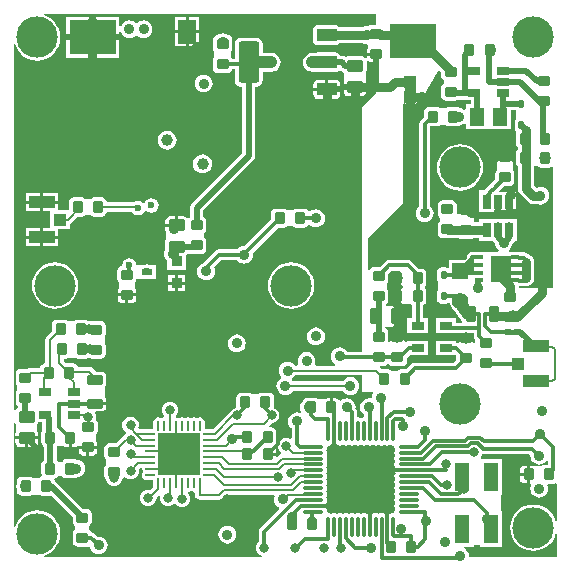
<source format=gtl>
G04 Layer_Physical_Order=1*
G04 Layer_Color=255*
%FSLAX44Y44*%
%MOMM*%
G71*
G01*
G75*
%ADD10R,1.5000X2.0000*%
G04:AMPARAMS|DCode=11|XSize=1mm|YSize=0.9mm|CornerRadius=0.1125mm|HoleSize=0mm|Usage=FLASHONLY|Rotation=180.000|XOffset=0mm|YOffset=0mm|HoleType=Round|Shape=RoundedRectangle|*
%AMROUNDEDRECTD11*
21,1,1.0000,0.6750,0,0,180.0*
21,1,0.7750,0.9000,0,0,180.0*
1,1,0.2250,-0.3875,0.3375*
1,1,0.2250,0.3875,0.3375*
1,1,0.2250,0.3875,-0.3375*
1,1,0.2250,-0.3875,-0.3375*
%
%ADD11ROUNDEDRECTD11*%
%ADD12R,0.5000X0.5000*%
G04:AMPARAMS|DCode=13|XSize=1mm|YSize=0.9mm|CornerRadius=0.1125mm|HoleSize=0mm|Usage=FLASHONLY|Rotation=90.000|XOffset=0mm|YOffset=0mm|HoleType=Round|Shape=RoundedRectangle|*
%AMROUNDEDRECTD13*
21,1,1.0000,0.6750,0,0,90.0*
21,1,0.7750,0.9000,0,0,90.0*
1,1,0.2250,0.3375,0.3875*
1,1,0.2250,0.3375,-0.3875*
1,1,0.2250,-0.3375,-0.3875*
1,1,0.2250,-0.3375,0.3875*
%
%ADD13ROUNDEDRECTD13*%
%ADD14R,3.6000X3.6000*%
%ADD15O,0.8500X0.2500*%
%ADD16O,0.2500X0.8500*%
G04:AMPARAMS|DCode=17|XSize=1.4mm|YSize=1mm|CornerRadius=0.125mm|HoleSize=0mm|Usage=FLASHONLY|Rotation=180.000|XOffset=0mm|YOffset=0mm|HoleType=Round|Shape=RoundedRectangle|*
%AMROUNDEDRECTD17*
21,1,1.4000,0.7500,0,0,180.0*
21,1,1.1500,1.0000,0,0,180.0*
1,1,0.2500,-0.5750,0.3750*
1,1,0.2500,0.5750,0.3750*
1,1,0.2500,0.5750,-0.3750*
1,1,0.2500,-0.5750,-0.3750*
%
%ADD17ROUNDEDRECTD17*%
G04:AMPARAMS|DCode=18|XSize=1.4mm|YSize=1mm|CornerRadius=0.125mm|HoleSize=0mm|Usage=FLASHONLY|Rotation=270.000|XOffset=0mm|YOffset=0mm|HoleType=Round|Shape=RoundedRectangle|*
%AMROUNDEDRECTD18*
21,1,1.4000,0.7500,0,0,270.0*
21,1,1.1500,1.0000,0,0,270.0*
1,1,0.2500,-0.3750,-0.5750*
1,1,0.2500,-0.3750,0.5750*
1,1,0.2500,0.3750,0.5750*
1,1,0.2500,0.3750,-0.5750*
%
%ADD18ROUNDEDRECTD18*%
G04:AMPARAMS|DCode=19|XSize=0.65mm|YSize=0.5mm|CornerRadius=0.05mm|HoleSize=0mm|Usage=FLASHONLY|Rotation=90.000|XOffset=0mm|YOffset=0mm|HoleType=Round|Shape=RoundedRectangle|*
%AMROUNDEDRECTD19*
21,1,0.6500,0.4000,0,0,90.0*
21,1,0.5500,0.5000,0,0,90.0*
1,1,0.1000,0.2000,0.2750*
1,1,0.1000,0.2000,-0.2750*
1,1,0.1000,-0.2000,-0.2750*
1,1,0.1000,-0.2000,0.2750*
%
%ADD19ROUNDEDRECTD19*%
%ADD20O,0.3000X1.8000*%
%ADD21O,1.8000X0.3000*%
%ADD22R,1.1000X0.6500*%
G04:AMPARAMS|DCode=23|XSize=3.5mm|YSize=1.75mm|CornerRadius=0.2188mm|HoleSize=0mm|Usage=FLASHONLY|Rotation=90.000|XOffset=0mm|YOffset=0mm|HoleType=Round|Shape=RoundedRectangle|*
%AMROUNDEDRECTD23*
21,1,3.5000,1.3125,0,0,90.0*
21,1,3.0625,1.7500,0,0,90.0*
1,1,0.4375,0.6563,1.5313*
1,1,0.4375,0.6563,-1.5313*
1,1,0.4375,-0.6563,-1.5313*
1,1,0.4375,-0.6563,1.5313*
%
%ADD23ROUNDEDRECTD23*%
G04:AMPARAMS|DCode=24|XSize=1.1mm|YSize=1.75mm|CornerRadius=0.1375mm|HoleSize=0mm|Usage=FLASHONLY|Rotation=90.000|XOffset=0mm|YOffset=0mm|HoleType=Round|Shape=RoundedRectangle|*
%AMROUNDEDRECTD24*
21,1,1.1000,1.4750,0,0,90.0*
21,1,0.8250,1.7500,0,0,90.0*
1,1,0.2750,0.7375,0.4125*
1,1,0.2750,0.7375,-0.4125*
1,1,0.2750,-0.7375,-0.4125*
1,1,0.2750,-0.7375,0.4125*
%
%ADD24ROUNDEDRECTD24*%
G04:AMPARAMS|DCode=25|XSize=1.1mm|YSize=1.75mm|CornerRadius=0.1375mm|HoleSize=0mm|Usage=FLASHONLY|Rotation=90.000|XOffset=0mm|YOffset=0mm|HoleType=Round|Shape=RoundedRectangle|*
%AMROUNDEDRECTD25*
21,1,1.1000,1.4750,0,0,90.0*
21,1,0.8250,1.7500,0,0,90.0*
1,1,0.2750,0.7375,0.4125*
1,1,0.2750,0.7375,-0.4125*
1,1,0.2750,-0.7375,-0.4125*
1,1,0.2750,-0.7375,0.4125*
%
%ADD25ROUNDEDRECTD25*%
%ADD26R,1.0500X1.0000*%
%ADD27R,2.2000X1.0500*%
%ADD28R,1.3000X1.5000*%
%ADD29R,4.0000X3.0000*%
%ADD30R,0.8000X0.3400*%
%ADD31R,0.6500X0.3400*%
%ADD32R,1.7100X2.2900*%
G04:AMPARAMS|DCode=33|XSize=1.3mm|YSize=0.8mm|CornerRadius=0.1mm|HoleSize=0mm|Usage=FLASHONLY|Rotation=180.000|XOffset=0mm|YOffset=0mm|HoleType=Round|Shape=RoundedRectangle|*
%AMROUNDEDRECTD33*
21,1,1.3000,0.6000,0,0,180.0*
21,1,1.1000,0.8000,0,0,180.0*
1,1,0.2000,-0.5500,0.3000*
1,1,0.2000,0.5500,0.3000*
1,1,0.2000,0.5500,-0.3000*
1,1,0.2000,-0.5500,-0.3000*
%
%ADD33ROUNDEDRECTD33*%
G04:AMPARAMS|DCode=34|XSize=1.3mm|YSize=0.8mm|CornerRadius=0.1mm|HoleSize=0mm|Usage=FLASHONLY|Rotation=270.000|XOffset=0mm|YOffset=0mm|HoleType=Round|Shape=RoundedRectangle|*
%AMROUNDEDRECTD34*
21,1,1.3000,0.6000,0,0,270.0*
21,1,1.1000,0.8000,0,0,270.0*
1,1,0.2000,-0.3000,-0.5500*
1,1,0.2000,-0.3000,0.5500*
1,1,0.2000,0.3000,0.5500*
1,1,0.2000,0.3000,-0.5500*
%
%ADD34ROUNDEDRECTD34*%
%ADD35R,0.7000X1.3000*%
%ADD36R,1.0000X1.0000*%
%ADD37R,1.3000X2.4000*%
%ADD38R,0.9500X0.6000*%
%ADD39R,0.9500X0.9000*%
%ADD40R,0.9500X0.9000*%
%ADD41C,0.5000*%
%ADD42C,0.3000*%
%ADD43C,0.4000*%
%ADD44C,0.2000*%
%ADD45C,0.7500*%
%ADD46C,1.0000*%
%ADD47C,0.9000*%
%ADD48C,0.8000*%
%ADD49C,0.8000*%
%ADD50R,1.4000X1.4000*%
%ADD51C,1.4000*%
%ADD52C,3.5000*%
%ADD53C,0.9000*%
%ADD54C,1.0000*%
%ADD55C,0.6000*%
G36*
X317000Y-10000D02*
Y-19419D01*
X313125D01*
X311516Y-19739D01*
X310231Y-20597D01*
X309000Y-20435D01*
X307042Y-20693D01*
X305838Y-21192D01*
X285844D01*
X285529Y-20721D01*
X284082Y-19754D01*
X282375Y-19414D01*
X267625D01*
X265918Y-19754D01*
X264471Y-20721D01*
X263504Y-22168D01*
X263164Y-23875D01*
Y-32125D01*
X263504Y-33832D01*
X264471Y-35279D01*
X265918Y-36246D01*
X267625Y-36586D01*
X282375D01*
X284082Y-36246D01*
X285529Y-35279D01*
X285844Y-34808D01*
X305838D01*
X307042Y-35307D01*
X309000Y-35565D01*
X309045Y-35559D01*
X310000Y-36396D01*
Y-38705D01*
X309673Y-39195D01*
X309388Y-40625D01*
Y-42730D01*
X317000D01*
Y-45270D01*
X309388D01*
Y-47256D01*
X309283Y-47344D01*
X307926Y-47353D01*
X307814Y-47186D01*
X306408Y-46247D01*
X304750Y-45917D01*
X293250D01*
X291592Y-46247D01*
X291189Y-46516D01*
X290146Y-45819D01*
X288000Y-45392D01*
X286541D01*
X286496Y-45168D01*
X285529Y-43721D01*
X284082Y-42754D01*
X282375Y-42414D01*
X267625D01*
X265918Y-42754D01*
X265653Y-42931D01*
X263000D01*
X260912Y-43206D01*
X258965Y-44012D01*
X257294Y-45294D01*
X256012Y-46965D01*
X255206Y-48912D01*
X254931Y-51000D01*
X255206Y-53088D01*
X256012Y-55034D01*
X257294Y-56706D01*
X258965Y-57988D01*
X260912Y-58794D01*
X263000Y-59069D01*
X265653D01*
X265918Y-59246D01*
X267625Y-59586D01*
X282375D01*
X284082Y-59246D01*
X285529Y-58279D01*
X285702Y-58021D01*
X286613Y-57931D01*
X287195Y-58072D01*
X288854Y-59181D01*
X289216Y-59253D01*
X289247Y-59408D01*
X290000Y-60536D01*
Y-66292D01*
X289680Y-66771D01*
X289386Y-68250D01*
Y-70730D01*
X299000D01*
Y-72000D01*
D01*
Y-70730D01*
X308614D01*
Y-68250D01*
X308320Y-66771D01*
X308000Y-66292D01*
Y-60536D01*
X308753Y-59408D01*
X309083Y-57750D01*
Y-50250D01*
X309072Y-50191D01*
X310268Y-49696D01*
X310483Y-50017D01*
X311695Y-50827D01*
X313125Y-51112D01*
X317000D01*
Y-77000D01*
X305000Y-89000D01*
X305000Y-117000D01*
Y-295912D01*
X292317D01*
X291349Y-294651D01*
X289782Y-293449D01*
X287958Y-292693D01*
X286000Y-292435D01*
X284042Y-292693D01*
X282218Y-293449D01*
X280651Y-294651D01*
X279449Y-296218D01*
X278693Y-298042D01*
X278435Y-300000D01*
X278693Y-301958D01*
X279449Y-303782D01*
X280651Y-305349D01*
X282218Y-306551D01*
X282460Y-306652D01*
X282208Y-307922D01*
X265868D01*
X265020Y-306652D01*
X265307Y-305958D01*
X265565Y-304000D01*
X265307Y-302042D01*
X264551Y-300218D01*
X263349Y-298651D01*
X261782Y-297449D01*
X259958Y-296693D01*
X258000Y-296435D01*
X256042Y-296693D01*
X254218Y-297449D01*
X252651Y-298651D01*
X251449Y-300218D01*
X250693Y-302042D01*
X250435Y-304000D01*
X250693Y-305958D01*
X250980Y-306652D01*
X250132Y-307922D01*
X248324D01*
X247349Y-306651D01*
X245782Y-305449D01*
X243958Y-304693D01*
X242000Y-304435D01*
X240042Y-304693D01*
X238218Y-305449D01*
X236651Y-306651D01*
X235449Y-308218D01*
X234693Y-310042D01*
X234435Y-312000D01*
X234693Y-313958D01*
X235449Y-315782D01*
X236386Y-317004D01*
X236242Y-318241D01*
X236108Y-318533D01*
X234651Y-319651D01*
X233449Y-321218D01*
X232693Y-323042D01*
X232435Y-325000D01*
X232693Y-326958D01*
X233449Y-328782D01*
X234651Y-330349D01*
X236218Y-331551D01*
X238042Y-332307D01*
X240000Y-332565D01*
X241958Y-332307D01*
X243782Y-331551D01*
X245349Y-330349D01*
X246324Y-329078D01*
X288676D01*
X289651Y-330349D01*
X291218Y-331551D01*
X293042Y-332307D01*
X295000Y-332565D01*
X296958Y-332307D01*
X298782Y-331551D01*
X300349Y-330349D01*
X301551Y-328782D01*
X302307Y-326958D01*
X302565Y-325000D01*
X302307Y-323042D01*
X301551Y-321218D01*
X300349Y-319651D01*
X298782Y-318449D01*
X296958Y-317693D01*
X295000Y-317435D01*
X293042Y-317693D01*
X291218Y-318449D01*
X289651Y-319651D01*
X288676Y-320922D01*
X246441D01*
X245620Y-319943D01*
X245758Y-318759D01*
X245892Y-318467D01*
X247349Y-317349D01*
X248324Y-316078D01*
X305000D01*
Y-330000D01*
X313947D01*
X314509Y-331139D01*
X314449Y-331218D01*
X313693Y-333042D01*
X313496Y-334541D01*
X313235Y-335100D01*
X312233Y-335598D01*
X311000Y-335435D01*
X309042Y-335693D01*
X307218Y-336449D01*
X305651Y-337651D01*
X304449Y-339218D01*
X303693Y-341042D01*
X303435Y-343000D01*
X303693Y-344958D01*
X304449Y-346782D01*
X305651Y-348349D01*
X306912Y-349317D01*
Y-351074D01*
X306500Y-351412D01*
X304744Y-351761D01*
X304000Y-352258D01*
X303256Y-351761D01*
X301500Y-351412D01*
X301088Y-351074D01*
Y-347500D01*
X300739Y-345744D01*
X299744Y-344256D01*
X299440Y-343951D01*
X299565Y-343000D01*
X299307Y-341042D01*
X298551Y-339218D01*
X297349Y-337651D01*
X295782Y-336449D01*
X293958Y-335693D01*
X292000Y-335435D01*
X290042Y-335693D01*
X288218Y-336449D01*
X287020Y-337368D01*
X286899Y-337401D01*
X285789Y-337277D01*
X285450Y-337130D01*
X285017Y-336483D01*
X283805Y-335673D01*
X282375Y-335388D01*
X280270D01*
Y-343000D01*
X277730D01*
Y-335388D01*
X275625D01*
X274195Y-335673D01*
X273705Y-336000D01*
X268123D01*
X266984Y-335239D01*
X265375Y-334919D01*
X258625D01*
X257015Y-335239D01*
X255651Y-336151D01*
X254739Y-337515D01*
X254723Y-337595D01*
X254651Y-337651D01*
X253449Y-339218D01*
X252693Y-341042D01*
X252435Y-343000D01*
X252693Y-344958D01*
X253449Y-346782D01*
X253622Y-347007D01*
X252821Y-348051D01*
X251958Y-347693D01*
X250000Y-347435D01*
X248042Y-347693D01*
X246218Y-348449D01*
X244651Y-349651D01*
X243449Y-351218D01*
X242693Y-353042D01*
X242435Y-355000D01*
X242693Y-356958D01*
X243449Y-358782D01*
X244651Y-360349D01*
X245412Y-360933D01*
Y-369108D01*
X244142Y-369725D01*
X242827Y-369180D01*
X241000Y-368940D01*
X239173Y-369180D01*
X237470Y-369885D01*
X236008Y-371008D01*
X234886Y-372470D01*
X234180Y-374173D01*
X233940Y-376000D01*
X234180Y-377827D01*
X234886Y-379530D01*
X236008Y-380993D01*
X236454Y-381335D01*
X236137Y-382693D01*
X235939Y-382732D01*
X234616Y-383616D01*
X234616Y-383616D01*
X233285Y-384947D01*
X232112Y-384461D01*
Y-384270D01*
X225000D01*
Y-381730D01*
X232112D01*
Y-379125D01*
X231828Y-377695D01*
X231071Y-376562D01*
X231020Y-376445D01*
X231104Y-375013D01*
X231349Y-374849D01*
X232261Y-373484D01*
X232581Y-371875D01*
Y-364125D01*
X232261Y-362515D01*
X231349Y-361151D01*
X229984Y-360239D01*
X228375Y-359919D01*
X226645D01*
X226119Y-358649D01*
X228708Y-356059D01*
X229000Y-356118D01*
X231341Y-355652D01*
X233326Y-354326D01*
X234652Y-352341D01*
X235117Y-350000D01*
X234652Y-347659D01*
X233326Y-345674D01*
X231341Y-344348D01*
X230328Y-344147D01*
X230581Y-342875D01*
Y-335125D01*
X230261Y-333516D01*
X229349Y-332151D01*
X227985Y-331239D01*
X226375Y-330919D01*
X219625D01*
X218015Y-331239D01*
X216877Y-332000D01*
X212123D01*
X210984Y-331239D01*
X209375Y-330919D01*
X202625D01*
X201015Y-331239D01*
X199651Y-332151D01*
X198739Y-333516D01*
X198419Y-335125D01*
Y-342875D01*
X197415Y-344198D01*
X196659Y-344348D01*
X194674Y-345674D01*
X194190Y-346398D01*
X193116Y-347116D01*
X178811Y-361422D01*
X178531D01*
X177250Y-361167D01*
X171833D01*
Y-355750D01*
X171503Y-354092D01*
X170564Y-352686D01*
X169158Y-351747D01*
X167500Y-351417D01*
X165842Y-351747D01*
X165000Y-352309D01*
X164158Y-351747D01*
X162500Y-351417D01*
X160842Y-351747D01*
X160000Y-352309D01*
X159158Y-351747D01*
X157500Y-351417D01*
X155842Y-351747D01*
X155000Y-352309D01*
X154158Y-351747D01*
X152500Y-351417D01*
X150842Y-351747D01*
X149586Y-352586D01*
X148979Y-352180D01*
X147709Y-351927D01*
X147399Y-351287D01*
X147290Y-350648D01*
X147493Y-350493D01*
X148615Y-349030D01*
X149320Y-347327D01*
X149560Y-345500D01*
X149320Y-343673D01*
X148615Y-341970D01*
X147493Y-340508D01*
X146030Y-339386D01*
X144327Y-338680D01*
X142500Y-338440D01*
X140673Y-338680D01*
X138970Y-339386D01*
X137508Y-340508D01*
X136386Y-341970D01*
X135680Y-343673D01*
X135440Y-345500D01*
X135680Y-347327D01*
X136386Y-349030D01*
X137263Y-350173D01*
X137018Y-351233D01*
X136806Y-351555D01*
X135842Y-351747D01*
X135000Y-352309D01*
X134158Y-351747D01*
X132500Y-351417D01*
X130842Y-351747D01*
X129436Y-352686D01*
X128497Y-354092D01*
X128167Y-355750D01*
Y-361167D01*
X122750D01*
X121469Y-361422D01*
X116534D01*
X115686Y-360152D01*
X115820Y-359827D01*
X116060Y-358000D01*
X115820Y-356173D01*
X115114Y-354470D01*
X113993Y-353008D01*
X112530Y-351886D01*
X110827Y-351180D01*
X109000Y-350940D01*
X107173Y-351180D01*
X105470Y-351886D01*
X104008Y-353008D01*
X102886Y-354470D01*
X102180Y-356173D01*
X101940Y-358000D01*
X102180Y-359827D01*
X102886Y-361530D01*
X104008Y-362993D01*
X104967Y-363729D01*
X105041Y-363899D01*
Y-365101D01*
X104967Y-365271D01*
X104008Y-366007D01*
X102886Y-367470D01*
X102810Y-367653D01*
X102116Y-368116D01*
X102116Y-368116D01*
X96813Y-373419D01*
X91125D01*
X89515Y-373739D01*
X88151Y-374651D01*
X87239Y-376016D01*
X86919Y-377625D01*
Y-384375D01*
X87239Y-385984D01*
X88000Y-387123D01*
Y-391877D01*
X87239Y-393016D01*
X86919Y-394625D01*
Y-401375D01*
X87239Y-402985D01*
X88109Y-404286D01*
X88180Y-404827D01*
X88885Y-406530D01*
X90007Y-407993D01*
X91470Y-409114D01*
X93173Y-409820D01*
X95000Y-410060D01*
X96827Y-409820D01*
X98530Y-409114D01*
X99992Y-407993D01*
X101115Y-406530D01*
X101820Y-404827D01*
X101891Y-404286D01*
X102761Y-402985D01*
X102844Y-402563D01*
X103381Y-402300D01*
X104220Y-402156D01*
X105470Y-403115D01*
X107173Y-403820D01*
X109000Y-404060D01*
X110827Y-403820D01*
X112530Y-403115D01*
X113993Y-401992D01*
X115114Y-400530D01*
X115820Y-398827D01*
X116060Y-397000D01*
X115910Y-395857D01*
X116970Y-394797D01*
X118348Y-394845D01*
X118886Y-395500D01*
X119180Y-396979D01*
X119586Y-397586D01*
X118747Y-398842D01*
X118417Y-400500D01*
X118747Y-402158D01*
X119686Y-403564D01*
X121092Y-404503D01*
X122750Y-404833D01*
X128167D01*
Y-410250D01*
X128302Y-410930D01*
X125986Y-413246D01*
X125827Y-413180D01*
X124000Y-412940D01*
X122173Y-413180D01*
X120470Y-413885D01*
X119008Y-415008D01*
X117886Y-416470D01*
X117180Y-418173D01*
X116940Y-420000D01*
X117180Y-421827D01*
X117886Y-423530D01*
X119008Y-424992D01*
X120470Y-426115D01*
X122173Y-426820D01*
X124000Y-427060D01*
X125827Y-426820D01*
X127530Y-426115D01*
X128993Y-424992D01*
X130114Y-423530D01*
X130820Y-421827D01*
X131060Y-420000D01*
X131026Y-419741D01*
X133007Y-417761D01*
X133558Y-417954D01*
X134148Y-418415D01*
X133940Y-420000D01*
X134180Y-421827D01*
X134886Y-423530D01*
X136008Y-424992D01*
X137470Y-426115D01*
X139173Y-426820D01*
X141000Y-427060D01*
X142827Y-426820D01*
X144530Y-426115D01*
X145923Y-425045D01*
X147251Y-425159D01*
X147508Y-425492D01*
X148970Y-426614D01*
X150673Y-427320D01*
X152500Y-427560D01*
X154327Y-427320D01*
X156030Y-426614D01*
X157493Y-425492D01*
X158615Y-424030D01*
X159320Y-422327D01*
X159560Y-420500D01*
X159320Y-418673D01*
X158615Y-416970D01*
X157738Y-415827D01*
X157982Y-414767D01*
X158194Y-414445D01*
X159158Y-414253D01*
X160000Y-413691D01*
X160842Y-414253D01*
X162500Y-414583D01*
X163422Y-415340D01*
Y-417218D01*
X163732Y-418778D01*
X164616Y-420102D01*
X165939Y-420985D01*
X167500Y-421296D01*
X183782D01*
X183782Y-421296D01*
X185343Y-420985D01*
X186666Y-420102D01*
X189689Y-417078D01*
X230132D01*
X230980Y-418348D01*
X230693Y-419042D01*
X230435Y-421000D01*
X230693Y-422958D01*
X231449Y-424782D01*
X232651Y-426349D01*
X234218Y-427551D01*
X234879Y-427825D01*
X235127Y-429071D01*
X218756Y-445442D01*
X217761Y-446930D01*
X217412Y-448686D01*
Y-456697D01*
X217008Y-457007D01*
X215886Y-458470D01*
X215180Y-460173D01*
X214940Y-462000D01*
X215180Y-463827D01*
X215886Y-465530D01*
X217008Y-466992D01*
X218470Y-468115D01*
X220173Y-468820D01*
X219870Y-470000D01*
X35619D01*
X35431Y-468730D01*
X37498Y-468103D01*
X40886Y-466292D01*
X43855Y-463855D01*
X46292Y-460886D01*
X48103Y-457498D01*
X49218Y-453823D01*
X49594Y-450000D01*
X49218Y-446177D01*
X48103Y-442502D01*
X46292Y-439114D01*
X43855Y-436145D01*
X40886Y-433708D01*
X37498Y-431897D01*
X33823Y-430782D01*
X30000Y-430406D01*
X26177Y-430782D01*
X22502Y-431897D01*
X19114Y-433708D01*
X16145Y-436145D01*
X13708Y-439114D01*
X11897Y-442502D01*
X11270Y-444569D01*
X10000Y-444381D01*
Y-356651D01*
X11247Y-356408D01*
X12000Y-357536D01*
Y-363292D01*
X11680Y-363771D01*
X11386Y-365250D01*
Y-367730D01*
X30614D01*
Y-365250D01*
X30320Y-363771D01*
X30000Y-363292D01*
Y-357536D01*
X30753Y-356408D01*
X30884Y-355750D01*
X34392D01*
Y-362538D01*
X33739Y-363516D01*
X33419Y-365125D01*
Y-372875D01*
X33739Y-374484D01*
X34651Y-375849D01*
X35392Y-376344D01*
Y-387656D01*
X34651Y-388151D01*
X33739Y-389515D01*
X33419Y-391125D01*
Y-398875D01*
X33739Y-400485D01*
X33867Y-400676D01*
X33282Y-402087D01*
X32515Y-402239D01*
X31377Y-403000D01*
X26623D01*
X25484Y-402239D01*
X23875Y-401919D01*
X17125D01*
X15516Y-402239D01*
X14151Y-403151D01*
X13239Y-404515D01*
X12919Y-406125D01*
Y-407496D01*
X12693Y-408042D01*
X12435Y-410000D01*
X12693Y-411958D01*
X12919Y-412504D01*
Y-413875D01*
X13239Y-415485D01*
X14151Y-416849D01*
X15516Y-417761D01*
X17125Y-418081D01*
X23875D01*
X25484Y-417761D01*
X26623Y-417000D01*
X31377D01*
X32515Y-417761D01*
X34125Y-418081D01*
X40875D01*
X41939Y-417869D01*
X59919Y-435850D01*
Y-439875D01*
X60239Y-441484D01*
X61151Y-442849D01*
X62000Y-443416D01*
Y-446584D01*
X61151Y-447151D01*
X60239Y-448516D01*
X59919Y-450125D01*
Y-456875D01*
X60239Y-458484D01*
X61151Y-459849D01*
X62516Y-460761D01*
X64125Y-461081D01*
X71875D01*
X73260Y-460805D01*
X74193Y-461082D01*
X74602Y-461267D01*
X74693Y-461958D01*
X75449Y-463782D01*
X76651Y-465349D01*
X78218Y-466551D01*
X80042Y-467307D01*
X82000Y-467565D01*
X83958Y-467307D01*
X85782Y-466551D01*
X87349Y-465349D01*
X88551Y-463782D01*
X89307Y-461958D01*
X89565Y-460000D01*
X89307Y-458042D01*
X88551Y-456218D01*
X87349Y-454651D01*
X85782Y-453449D01*
X83958Y-452693D01*
X82000Y-452435D01*
X81049Y-452561D01*
X78744Y-450256D01*
X77256Y-449261D01*
X75854Y-448982D01*
X75761Y-448516D01*
X74849Y-447151D01*
X74000Y-446584D01*
Y-443416D01*
X74849Y-442849D01*
X75761Y-441484D01*
X76081Y-439875D01*
Y-433125D01*
X75761Y-431516D01*
X74849Y-430151D01*
X73485Y-429239D01*
X71875Y-428919D01*
X68850D01*
X45965Y-406035D01*
X44925Y-405339D01*
X44761Y-404515D01*
X44633Y-404324D01*
X45217Y-402913D01*
X45985Y-402761D01*
X47349Y-401849D01*
X47916Y-401000D01*
X51084D01*
X51651Y-401849D01*
X53015Y-402761D01*
X54625Y-403081D01*
X61375D01*
X62984Y-402761D01*
X63346Y-402519D01*
X64958Y-402307D01*
X66782Y-401551D01*
X68349Y-400349D01*
X69551Y-398782D01*
X70307Y-396958D01*
X70565Y-395000D01*
X70307Y-393042D01*
X69551Y-391218D01*
X68349Y-389651D01*
X66782Y-388449D01*
X64958Y-387693D01*
X63346Y-387481D01*
X62984Y-387239D01*
X61375Y-386919D01*
X54625D01*
X53015Y-387239D01*
X51651Y-388151D01*
X51084Y-389000D01*
X47916D01*
X47349Y-388151D01*
X46608Y-387656D01*
Y-376344D01*
X47123Y-376000D01*
X52705D01*
X53195Y-376327D01*
X54625Y-376612D01*
X56730D01*
Y-369000D01*
X59270D01*
Y-376612D01*
X61375D01*
X62805Y-376327D01*
X64017Y-375517D01*
X64118Y-375366D01*
X65317Y-375730D01*
X73000D01*
Y-377000D01*
D01*
Y-375730D01*
X80612D01*
Y-373625D01*
X80327Y-372195D01*
X80000Y-371705D01*
Y-366123D01*
X80761Y-364985D01*
X81081Y-363375D01*
Y-356625D01*
X80761Y-355015D01*
X79849Y-353651D01*
X79559Y-353457D01*
X79820Y-352827D01*
X80060Y-350999D01*
X79820Y-349172D01*
X79284Y-347879D01*
X79914Y-346609D01*
X84500D01*
X85881Y-346335D01*
X87052Y-345552D01*
X87835Y-344381D01*
X88109Y-343000D01*
Y-341270D01*
X79000D01*
Y-338730D01*
X88109D01*
Y-337000D01*
X87835Y-335619D01*
X87500Y-335118D01*
Y-325710D01*
X88268Y-324561D01*
X88578Y-323000D01*
Y-317000D01*
X88268Y-315439D01*
X87384Y-314116D01*
X86061Y-313232D01*
X84500Y-312922D01*
X79689D01*
X76884Y-310116D01*
X75561Y-309232D01*
X74000Y-308922D01*
X74000Y-308922D01*
X64342D01*
X64261Y-308515D01*
X63349Y-307151D01*
X61985Y-306239D01*
X60375Y-305919D01*
X54687D01*
X52578Y-303811D01*
Y-302081D01*
X54375D01*
X55985Y-301761D01*
X57123Y-301000D01*
X61877D01*
X63016Y-301761D01*
X64625Y-302081D01*
X71375D01*
X72985Y-301761D01*
X73750Y-301249D01*
X74516Y-301761D01*
X76125Y-302081D01*
X83875D01*
X85485Y-301761D01*
X86849Y-300849D01*
X87761Y-299485D01*
X88081Y-297875D01*
Y-291125D01*
X87761Y-289515D01*
X87000Y-288377D01*
Y-283623D01*
X87761Y-282484D01*
X88081Y-280875D01*
Y-274125D01*
X87761Y-272516D01*
X86849Y-271151D01*
X85485Y-270239D01*
X83875Y-269919D01*
X76125D01*
X75217Y-270100D01*
X74000Y-269940D01*
X73192Y-270046D01*
X71985Y-269239D01*
X70375Y-268919D01*
X63625D01*
X62016Y-269239D01*
X60877Y-270000D01*
X56123D01*
X54984Y-269239D01*
X53375Y-268919D01*
X46625D01*
X45016Y-269239D01*
X43651Y-270151D01*
X42739Y-271516D01*
X42419Y-273125D01*
Y-278813D01*
X38116Y-283116D01*
X37232Y-284439D01*
X36922Y-286000D01*
X36922Y-286000D01*
Y-305919D01*
X36625D01*
X35015Y-306239D01*
X33651Y-307151D01*
X32739Y-308515D01*
X32460Y-309922D01*
X24000D01*
X22439Y-310232D01*
X22159Y-310419D01*
X16125D01*
X14516Y-310739D01*
X13151Y-311651D01*
X12239Y-313015D01*
X11919Y-314625D01*
Y-321375D01*
X12239Y-322985D01*
X13000Y-324123D01*
Y-328877D01*
X12239Y-330015D01*
X11919Y-331625D01*
Y-338375D01*
X12239Y-339985D01*
X13151Y-341349D01*
X13947Y-341881D01*
X13679Y-343229D01*
X13592Y-343247D01*
X12186Y-344186D01*
X11247Y-345592D01*
X10000Y-345349D01*
Y-35619D01*
X11270Y-35431D01*
X11897Y-37498D01*
X13708Y-40886D01*
X16145Y-43855D01*
X19114Y-46292D01*
X22502Y-48103D01*
X26177Y-49218D01*
X30000Y-49594D01*
X33823Y-49218D01*
X37498Y-48103D01*
X40886Y-46292D01*
X43855Y-43855D01*
X46292Y-40886D01*
X48103Y-37498D01*
X49218Y-33823D01*
X49594Y-30000D01*
X49218Y-26177D01*
X48103Y-22502D01*
X46292Y-19114D01*
X43855Y-16145D01*
X40886Y-13708D01*
X37498Y-11897D01*
X35431Y-11270D01*
X35619Y-10000D01*
X317000Y-10000D01*
D02*
G37*
G36*
X371919Y-59548D02*
Y-62375D01*
X372239Y-63984D01*
X373151Y-65349D01*
X374000Y-65916D01*
Y-69084D01*
X373151Y-69651D01*
X372239Y-71016D01*
X371919Y-72625D01*
Y-79375D01*
X372239Y-80984D01*
X373151Y-82349D01*
X374515Y-83261D01*
X376125Y-83581D01*
X383875D01*
X385485Y-83261D01*
X386462Y-82608D01*
X391500D01*
Y-83250D01*
X396892D01*
Y-86500D01*
X393000D01*
Y-90550D01*
X391730Y-91176D01*
X390782Y-90449D01*
X388958Y-89693D01*
X387346Y-89481D01*
X386984Y-89239D01*
X385375Y-88919D01*
X378625D01*
X377015Y-89239D01*
X375877Y-90000D01*
X371123D01*
X369985Y-89239D01*
X368375Y-88919D01*
X361625D01*
X360015Y-89239D01*
X358651Y-90151D01*
X357739Y-91516D01*
X357419Y-93125D01*
Y-97217D01*
X354756Y-99881D01*
X353761Y-101369D01*
X353412Y-103125D01*
Y-107500D01*
Y-173067D01*
X352651Y-173651D01*
X351449Y-175218D01*
X350693Y-177042D01*
X350435Y-179000D01*
X350693Y-180958D01*
X351449Y-182782D01*
X352651Y-184349D01*
X354218Y-185551D01*
X356042Y-186307D01*
X358000Y-186565D01*
X359958Y-186307D01*
X361782Y-185551D01*
X363349Y-184349D01*
X364551Y-182782D01*
X365307Y-180958D01*
X365565Y-179000D01*
X365307Y-177042D01*
X364551Y-175218D01*
X363349Y-173651D01*
X362588Y-173067D01*
Y-107500D01*
Y-105081D01*
X368375D01*
X369985Y-104761D01*
X371123Y-104000D01*
X375877D01*
X377015Y-104761D01*
X378625Y-105081D01*
X385375D01*
X386984Y-104761D01*
X387346Y-104519D01*
X388958Y-104307D01*
X390782Y-103551D01*
X391730Y-102824D01*
X393000Y-103450D01*
Y-107500D01*
X410730D01*
X412000Y-107500D01*
Y-107500D01*
X412000D01*
Y-107500D01*
X431000D01*
Y-91608D01*
X435500D01*
Y-98711D01*
X435477Y-98727D01*
X434703Y-99884D01*
X434431Y-101250D01*
Y-103803D01*
X434392Y-104000D01*
X434431Y-104197D01*
Y-106750D01*
X434703Y-108116D01*
X435477Y-109273D01*
X435494Y-109285D01*
X435739Y-110515D01*
X435419Y-112125D01*
Y-119875D01*
X435739Y-121484D01*
X436651Y-122849D01*
X437192Y-123210D01*
Y-124790D01*
X436651Y-125151D01*
X435739Y-126516D01*
X435419Y-128125D01*
Y-135875D01*
X435739Y-137485D01*
X436651Y-138849D01*
X437192Y-139210D01*
Y-158000D01*
X437192Y-158000D01*
X437424Y-159762D01*
X438104Y-161404D01*
X439186Y-162814D01*
X445186Y-168814D01*
X446596Y-169896D01*
X448238Y-170576D01*
X449119Y-170692D01*
X450000Y-170808D01*
X450000Y-170808D01*
X452838D01*
X454042Y-171307D01*
X456000Y-171565D01*
X457958Y-171307D01*
X459782Y-170551D01*
X461349Y-169349D01*
X462551Y-167782D01*
X463307Y-165958D01*
X463565Y-164000D01*
X463307Y-162042D01*
X462551Y-160218D01*
X461349Y-158651D01*
X459782Y-157449D01*
X457958Y-156693D01*
X456000Y-156435D01*
X454042Y-156693D01*
X452838Y-157192D01*
X452820D01*
X450808Y-155180D01*
Y-139000D01*
X453877D01*
X455015Y-139761D01*
X456625Y-140081D01*
X463375D01*
X464985Y-139761D01*
X465730Y-139263D01*
X467000Y-139941D01*
Y-242000D01*
X438883Y-242426D01*
X437731Y-241263D01*
X437747Y-240682D01*
X437814Y-240588D01*
X442328D01*
X444000Y-240808D01*
X445762Y-240576D01*
X447404Y-239896D01*
X448814Y-238814D01*
X449896Y-237404D01*
X450576Y-235762D01*
X450808Y-234000D01*
Y-229500D01*
Y-220000D01*
X450576Y-218238D01*
X449896Y-216596D01*
X448814Y-215186D01*
X448513Y-214955D01*
X448326Y-214674D01*
X446341Y-213348D01*
X445688Y-213218D01*
X444256Y-212261D01*
X442500Y-211912D01*
X441045D01*
Y-211550D01*
X429567D01*
X429136Y-210280D01*
X430349Y-209349D01*
X431551Y-207782D01*
X432307Y-205958D01*
X432509Y-204421D01*
X433465Y-203465D01*
X434110Y-202500D01*
X436000D01*
Y-183500D01*
X430042D01*
X429500Y-183392D01*
X428958Y-183500D01*
X420542D01*
X420000Y-183392D01*
X419458Y-183500D01*
X404000D01*
Y-186192D01*
X400000D01*
Y-180500D01*
X398000Y-178500D01*
X388000D01*
X386779Y-179721D01*
X385132Y-179622D01*
X384973Y-179418D01*
X385081Y-178875D01*
Y-172125D01*
X384761Y-170515D01*
X383849Y-169151D01*
X382485Y-168239D01*
X380875Y-167919D01*
X379504D01*
X378958Y-167693D01*
X377000Y-167435D01*
X375042Y-167693D01*
X374496Y-167919D01*
X373125D01*
X371516Y-168239D01*
X370151Y-169151D01*
X369239Y-170515D01*
X368919Y-172125D01*
Y-178875D01*
X369239Y-180485D01*
X370151Y-181849D01*
X371000Y-182416D01*
Y-185584D01*
X370151Y-186151D01*
X369239Y-187516D01*
X368919Y-189125D01*
Y-195875D01*
X369239Y-197484D01*
X370151Y-198849D01*
X371516Y-199761D01*
X373125Y-200081D01*
X380875D01*
X382245Y-199808D01*
X386838D01*
X387515Y-200261D01*
X389125Y-200581D01*
X396875D01*
X398484Y-200261D01*
X399162Y-199808D01*
X404000D01*
Y-202500D01*
X415724D01*
X416035Y-202965D01*
X417491Y-204421D01*
X417693Y-205958D01*
X418449Y-207782D01*
X419651Y-209349D01*
X420864Y-210280D01*
X420433Y-211550D01*
X411450D01*
X411450Y-211550D01*
X411045D01*
Y-211550D01*
X410180Y-211550D01*
X397045D01*
Y-211902D01*
X396494Y-212011D01*
X395006Y-213006D01*
X394011Y-214494D01*
X393662Y-216250D01*
Y-216454D01*
X391816Y-218300D01*
X379000D01*
Y-224518D01*
X377730Y-225197D01*
X377366Y-224953D01*
X376000Y-224681D01*
X372000D01*
X370634Y-224953D01*
X369477Y-225727D01*
X368703Y-226884D01*
X368431Y-228250D01*
Y-233750D01*
X368703Y-235116D01*
X369477Y-236273D01*
X369500Y-236289D01*
Y-243711D01*
X369477Y-243727D01*
X368703Y-244884D01*
X368431Y-246250D01*
Y-251750D01*
X368703Y-253116D01*
X369477Y-254273D01*
X370634Y-255047D01*
X372000Y-255319D01*
X376000D01*
X377366Y-255047D01*
X377903Y-254688D01*
X378670Y-254897D01*
X379302Y-255220D01*
X380139Y-257239D01*
X380419Y-257605D01*
X380566Y-258137D01*
X380820Y-258570D01*
X381012Y-259035D01*
X381350Y-259475D01*
X381631Y-259954D01*
X388631Y-268954D01*
X389387Y-269700D01*
X389290Y-271187D01*
X389055Y-271412D01*
X384500D01*
Y-267750D01*
X367500D01*
Y-280250D01*
X376300D01*
X378000Y-280588D01*
X399412D01*
Y-282500D01*
X399761Y-284256D01*
X400756Y-285744D01*
X401000Y-285989D01*
Y-288348D01*
X399730Y-288730D01*
X398000Y-287000D01*
X388000D01*
X386242Y-288758D01*
X384500Y-288412D01*
Y-286750D01*
X367500D01*
Y-299250D01*
X384261D01*
X384919Y-299908D01*
Y-303092D01*
X382599Y-305412D01*
X350000D01*
X348244Y-305761D01*
X346756Y-306756D01*
X342592Y-310919D01*
X337625D01*
X336016Y-311239D01*
X334877Y-312000D01*
X330123D01*
X328984Y-311239D01*
X327375Y-310919D01*
X321687D01*
X320118Y-309351D01*
X320358Y-308433D01*
X320603Y-308081D01*
X322875D01*
X324484Y-307761D01*
X325849Y-306849D01*
X326236Y-306269D01*
X327764D01*
X328151Y-306849D01*
X329515Y-307761D01*
X331125Y-308081D01*
X338875D01*
X340485Y-307761D01*
X341849Y-306849D01*
X342761Y-305484D01*
X343081Y-303875D01*
Y-301408D01*
X345239Y-299250D01*
X360500D01*
Y-286750D01*
X343500D01*
Y-287607D01*
X343185Y-287796D01*
X342000Y-288000D01*
X340000Y-286000D01*
X330000D01*
X328190Y-287810D01*
X326974Y-287409D01*
X327081Y-286875D01*
Y-280125D01*
X326761Y-278515D01*
X325849Y-277151D01*
X324608Y-276322D01*
Y-275000D01*
X330750D01*
X332750Y-273000D01*
Y-259000D01*
X330750Y-257000D01*
X325664D01*
X325279Y-255730D01*
X325849Y-255349D01*
X326761Y-253985D01*
X327081Y-252375D01*
Y-245625D01*
X326761Y-244016D01*
X326000Y-242877D01*
Y-238123D01*
X326761Y-236985D01*
X327081Y-235375D01*
Y-230408D01*
X329901Y-227588D01*
X337253D01*
X337738Y-228762D01*
X337500Y-229000D01*
Y-239000D01*
X339309Y-240809D01*
X339420Y-241500D01*
X339309Y-242191D01*
X337500Y-244000D01*
Y-254000D01*
X339500Y-256000D01*
X345877D01*
X347015Y-256761D01*
X347412Y-256840D01*
Y-267750D01*
X343500D01*
Y-280250D01*
X360500D01*
Y-267750D01*
X356588D01*
Y-256840D01*
X356984Y-256761D01*
X358349Y-255849D01*
X359261Y-254485D01*
X359581Y-252875D01*
Y-245125D01*
X359261Y-243515D01*
X358453Y-242307D01*
X358325Y-241799D01*
Y-241201D01*
X358453Y-240693D01*
X359261Y-239485D01*
X359581Y-237875D01*
Y-230125D01*
X359261Y-228515D01*
X358349Y-227151D01*
X356984Y-226239D01*
X355375Y-225919D01*
X353408D01*
X347244Y-219756D01*
X345756Y-218761D01*
X344000Y-218412D01*
X328000D01*
X326244Y-218761D01*
X324756Y-219756D01*
X320092Y-224419D01*
X315125D01*
X313515Y-224739D01*
X312151Y-225651D01*
X311239Y-227015D01*
X311236Y-227030D01*
X309966Y-226905D01*
Y-200000D01*
X340000Y-169966D01*
X340000Y-86450D01*
X341270Y-85824D01*
X342218Y-86551D01*
X344042Y-87307D01*
X346000Y-87565D01*
X347958Y-87307D01*
X349782Y-86551D01*
X351349Y-85349D01*
X352551Y-83782D01*
X353307Y-81958D01*
X353565Y-80000D01*
X357000D01*
X369734Y-58777D01*
X370994Y-58622D01*
X371919Y-59548D01*
D02*
G37*
G36*
X398250Y-228250D02*
X399250Y-229250D01*
X401000Y-231000D01*
X392000Y-231000D01*
Y-221000D01*
X396750Y-216250D01*
X398250D01*
Y-228250D01*
D02*
G37*
G36*
X281911Y-371000D02*
X282261Y-372756D01*
X282770Y-373518D01*
Y-374866D01*
X283076Y-374806D01*
X283586Y-374465D01*
X284744Y-375239D01*
X286500Y-375588D01*
X288256Y-375239D01*
X289000Y-374742D01*
X289744Y-375239D01*
X291500Y-375588D01*
X293256Y-375239D01*
X294000Y-374742D01*
X294744Y-375239D01*
X296500Y-375588D01*
X298256Y-375239D01*
X299000Y-374742D01*
X299744Y-375239D01*
X301500Y-375588D01*
X303256Y-375239D01*
X304000Y-374742D01*
X304744Y-375239D01*
X306500Y-375588D01*
X308256Y-375239D01*
X309000Y-374742D01*
X309744Y-375239D01*
X311500Y-375588D01*
X313256Y-375239D01*
X314000Y-374742D01*
X314744Y-375239D01*
X316500Y-375588D01*
X318256Y-375239D01*
X319000Y-374742D01*
X319744Y-375239D01*
X321500Y-375588D01*
X323256Y-375239D01*
X324000Y-374742D01*
X324744Y-375239D01*
X326500Y-375588D01*
X328256Y-375239D01*
X329000Y-374742D01*
X329744Y-375239D01*
X331306Y-375550D01*
X331771Y-375839D01*
X332161Y-376229D01*
X332450Y-376694D01*
X332761Y-378256D01*
X333258Y-379000D01*
X332761Y-379744D01*
X332412Y-381500D01*
X332761Y-383256D01*
X333258Y-384000D01*
X332761Y-384744D01*
X332412Y-386500D01*
X332761Y-388256D01*
X333258Y-389000D01*
X332761Y-389744D01*
X332412Y-391500D01*
X332761Y-393256D01*
X333535Y-394414D01*
X333194Y-394924D01*
X333134Y-395230D01*
X334482D01*
X335244Y-395739D01*
X337000Y-396089D01*
X344500D01*
Y-396911D01*
X337000D01*
X335244Y-397261D01*
X334482Y-397770D01*
X333134D01*
X333194Y-398076D01*
X333535Y-398586D01*
X332761Y-399744D01*
X332412Y-401500D01*
X332761Y-403256D01*
X333258Y-404000D01*
X332761Y-404744D01*
X332412Y-406500D01*
X332761Y-408256D01*
X333258Y-409000D01*
X332761Y-409744D01*
X332412Y-411500D01*
X332761Y-413256D01*
X333258Y-414000D01*
X332761Y-414744D01*
X332412Y-416500D01*
X332761Y-418256D01*
X333258Y-419000D01*
X332761Y-419744D01*
X332412Y-421500D01*
X332761Y-423256D01*
X333258Y-424000D01*
X332761Y-424744D01*
X332412Y-426500D01*
X332761Y-428256D01*
X333258Y-429000D01*
X332761Y-429744D01*
X332450Y-431306D01*
X332161Y-431771D01*
X331771Y-432161D01*
X331306Y-432450D01*
X329744Y-432761D01*
X328586Y-433535D01*
X328076Y-433194D01*
X327770Y-433134D01*
Y-434482D01*
X327261Y-435244D01*
X326911Y-437000D01*
Y-444500D01*
X326089D01*
Y-437000D01*
X325739Y-435244D01*
X325230Y-434482D01*
Y-433134D01*
X324924Y-433194D01*
X324414Y-433535D01*
X323256Y-432761D01*
X321500Y-432412D01*
X319744Y-432761D01*
X319000Y-433258D01*
X318256Y-432761D01*
X316500Y-432412D01*
X314744Y-432761D01*
X313586Y-433535D01*
X313076Y-433194D01*
X312770Y-433134D01*
Y-434482D01*
X312261Y-435244D01*
X311911Y-437000D01*
Y-444500D01*
X311089D01*
Y-437000D01*
X310739Y-435244D01*
X310230Y-434482D01*
Y-433134D01*
X309924Y-433194D01*
X309414Y-433535D01*
X308256Y-432761D01*
X306500Y-432412D01*
X304744Y-432761D01*
X304000Y-433258D01*
X303256Y-432761D01*
X301500Y-432412D01*
X299744Y-432761D01*
X299000Y-433258D01*
X298256Y-432761D01*
X296500Y-432412D01*
X294744Y-432761D01*
X294000Y-433258D01*
X293256Y-432761D01*
X291500Y-432412D01*
X289744Y-432761D01*
X289000Y-433258D01*
X288256Y-432761D01*
X286500Y-432412D01*
X284744Y-432761D01*
X284000Y-433258D01*
X283256Y-432761D01*
X281500Y-432412D01*
X279744Y-432761D01*
X279000Y-433258D01*
X278256Y-432761D01*
X276694Y-432450D01*
X276229Y-432161D01*
X275839Y-431771D01*
X275550Y-431306D01*
X275239Y-429744D01*
X274465Y-428586D01*
X274806Y-428076D01*
X274867Y-427770D01*
X273518D01*
X272756Y-427261D01*
X271000Y-426911D01*
X263500D01*
Y-426089D01*
X271000D01*
X272756Y-425739D01*
X273518Y-425230D01*
X274867D01*
X274806Y-424924D01*
X274465Y-424414D01*
X275239Y-423256D01*
X275588Y-421500D01*
X275239Y-419744D01*
X274742Y-419000D01*
X275239Y-418256D01*
X275588Y-416500D01*
X275239Y-414744D01*
X274742Y-414000D01*
X275239Y-413256D01*
X275588Y-411500D01*
X275239Y-409744D01*
X274742Y-409000D01*
X275239Y-408256D01*
X275588Y-406500D01*
X275239Y-404744D01*
X274742Y-404000D01*
X275239Y-403256D01*
X275588Y-401500D01*
X275239Y-399744D01*
X274742Y-399000D01*
X275239Y-398256D01*
X275588Y-396500D01*
X275239Y-394744D01*
X274742Y-394000D01*
X275239Y-393256D01*
X275588Y-391500D01*
X275239Y-389744D01*
X274742Y-389000D01*
X275239Y-388256D01*
X275588Y-386500D01*
X275239Y-384744D01*
X274742Y-384000D01*
X275239Y-383256D01*
X275588Y-381500D01*
X275239Y-379744D01*
X274742Y-379000D01*
X275239Y-378256D01*
X275550Y-376694D01*
X275839Y-376229D01*
X276229Y-375839D01*
X276694Y-375550D01*
X278256Y-375239D01*
X279414Y-374465D01*
X279924Y-374806D01*
X280230Y-374866D01*
Y-373518D01*
X280739Y-372756D01*
X281089Y-371000D01*
Y-363500D01*
X281911D01*
Y-371000D01*
D02*
G37*
G36*
X447474Y-383703D02*
X447435Y-384000D01*
X447693Y-385958D01*
X448449Y-387782D01*
X449651Y-389349D01*
X451218Y-390551D01*
X453042Y-391307D01*
X455000Y-391565D01*
X456958Y-391307D01*
X458782Y-390551D01*
X460349Y-389349D01*
X461142Y-388316D01*
X462412Y-388747D01*
Y-391919D01*
X459625D01*
X458016Y-392239D01*
X456877Y-393000D01*
X451295D01*
X450805Y-392673D01*
X449375Y-392388D01*
X447270D01*
Y-400000D01*
Y-407612D01*
X447395D01*
X448174Y-408882D01*
X447693Y-410042D01*
X447435Y-412000D01*
X447693Y-413958D01*
X448449Y-415782D01*
X449651Y-417349D01*
X451218Y-418551D01*
X453042Y-419307D01*
X455000Y-419565D01*
X456958Y-419307D01*
X458782Y-418551D01*
X460349Y-417349D01*
X461551Y-415782D01*
X462307Y-413958D01*
X462565Y-412000D01*
X462307Y-410042D01*
X462021Y-409351D01*
X462869Y-408081D01*
X466375D01*
X467985Y-407761D01*
X468730Y-407262D01*
X470000Y-407941D01*
Y-439381D01*
X468730Y-439569D01*
X468103Y-437502D01*
X466292Y-434114D01*
X463855Y-431145D01*
X460886Y-428708D01*
X457498Y-426897D01*
X453823Y-425782D01*
X450000Y-425406D01*
X446177Y-425782D01*
X442502Y-426897D01*
X439114Y-428708D01*
X436145Y-431145D01*
X433708Y-434114D01*
X431897Y-437502D01*
X430782Y-441177D01*
X430406Y-445000D01*
X430782Y-448823D01*
X431897Y-452498D01*
X433708Y-455886D01*
X436145Y-458855D01*
X439114Y-461292D01*
X442502Y-463103D01*
X446177Y-464218D01*
X450000Y-464594D01*
X453823Y-464218D01*
X457498Y-463103D01*
X460886Y-461292D01*
X463855Y-458855D01*
X466292Y-455886D01*
X468103Y-452498D01*
X468730Y-450431D01*
X470000Y-450619D01*
Y-470000D01*
X396396D01*
X395559Y-469045D01*
X395565Y-469000D01*
X395307Y-467042D01*
X394551Y-465218D01*
X393349Y-463651D01*
X391782Y-462449D01*
X391352Y-462271D01*
X391605Y-461001D01*
X399500D01*
Y-460000D01*
X404500D01*
Y-461001D01*
X423500D01*
Y-431001D01*
X422940D01*
Y-417001D01*
X423500D01*
Y-387001D01*
X406012D01*
X405385Y-385731D01*
X406115Y-384780D01*
X406820Y-383077D01*
X406835Y-382962D01*
X407357Y-382588D01*
X446472D01*
X447474Y-383703D01*
D02*
G37*
%LPC*%
G36*
X167040Y-12460D02*
X158270D01*
Y-23730D01*
X167040D01*
Y-12460D01*
D02*
G37*
G36*
X155730D02*
X146960D01*
Y-23730D01*
X155730D01*
Y-12460D01*
D02*
G37*
G36*
X75730D02*
X54460D01*
Y-28730D01*
X75730D01*
Y-12460D01*
D02*
G37*
G36*
X99540D02*
X78270D01*
Y-28730D01*
X99540D01*
Y-25493D01*
X100810Y-25240D01*
X101449Y-26782D01*
X102651Y-28349D01*
X104218Y-29551D01*
X106042Y-30307D01*
X108000Y-30565D01*
X109958Y-30307D01*
X111782Y-29551D01*
X113161Y-28493D01*
X113863Y-28328D01*
X114137D01*
X114839Y-28493D01*
X116218Y-29551D01*
X118042Y-30307D01*
X120000Y-30565D01*
X121958Y-30307D01*
X123782Y-29551D01*
X125349Y-28349D01*
X126551Y-26782D01*
X127307Y-24958D01*
X127565Y-23000D01*
X127307Y-21042D01*
X126551Y-19218D01*
X125349Y-17651D01*
X123782Y-16449D01*
X121958Y-15693D01*
X120000Y-15435D01*
X118042Y-15693D01*
X116218Y-16449D01*
X114839Y-17507D01*
X114137Y-17672D01*
X113863D01*
X113161Y-17507D01*
X111782Y-16449D01*
X109958Y-15693D01*
X108000Y-15435D01*
X106042Y-15693D01*
X104218Y-16449D01*
X102651Y-17651D01*
X101449Y-19218D01*
X100810Y-20760D01*
X99540Y-20507D01*
Y-12460D01*
D02*
G37*
G36*
X167040Y-26270D02*
X158270D01*
Y-37540D01*
X167040D01*
Y-26270D01*
D02*
G37*
G36*
X155730D02*
X146960D01*
Y-37540D01*
X155730D01*
Y-26270D01*
D02*
G37*
G36*
X99540Y-31270D02*
X78270D01*
Y-47540D01*
X99540D01*
Y-31270D01*
D02*
G37*
G36*
X75730D02*
X54460D01*
Y-47540D01*
X75730D01*
Y-31270D01*
D02*
G37*
G36*
X282375Y-65883D02*
X276270D01*
Y-72730D01*
X286367D01*
Y-69875D01*
X286063Y-68348D01*
X285198Y-67052D01*
X283903Y-66187D01*
X282375Y-65883D01*
D02*
G37*
G36*
X273730D02*
X267625D01*
X266098Y-66187D01*
X264802Y-67052D01*
X263937Y-68348D01*
X263633Y-69875D01*
Y-72730D01*
X273730D01*
Y-65883D01*
D02*
G37*
G36*
X171000Y-61435D02*
X169042Y-61693D01*
X167218Y-62449D01*
X165651Y-63651D01*
X164449Y-65218D01*
X163693Y-67042D01*
X163435Y-69000D01*
X163693Y-70958D01*
X164449Y-72782D01*
X165651Y-74349D01*
X167218Y-75551D01*
X169042Y-76307D01*
X171000Y-76565D01*
X172958Y-76307D01*
X174782Y-75551D01*
X176349Y-74349D01*
X177551Y-72782D01*
X178307Y-70958D01*
X178565Y-69000D01*
X178307Y-67042D01*
X177551Y-65218D01*
X176349Y-63651D01*
X174782Y-62449D01*
X172958Y-61693D01*
X171000Y-61435D01*
D02*
G37*
G36*
X308614Y-73270D02*
X300270D01*
Y-79614D01*
X304750D01*
X306229Y-79320D01*
X307482Y-78482D01*
X308320Y-77229D01*
X308614Y-75750D01*
Y-73270D01*
D02*
G37*
G36*
X297730D02*
X289386D01*
Y-75750D01*
X289680Y-77229D01*
X290518Y-78482D01*
X291771Y-79320D01*
X293250Y-79614D01*
X297730D01*
Y-73270D01*
D02*
G37*
G36*
X286367Y-75270D02*
X276270D01*
Y-82117D01*
X282375D01*
X283903Y-81813D01*
X285198Y-80948D01*
X286063Y-79653D01*
X286367Y-78125D01*
Y-75270D01*
D02*
G37*
G36*
X273730D02*
X263633D01*
Y-78125D01*
X263937Y-79653D01*
X264802Y-80948D01*
X266098Y-81813D01*
X267625Y-82117D01*
X273730D01*
Y-75270D01*
D02*
G37*
G36*
X140000Y-108931D02*
X137912Y-109206D01*
X135965Y-110012D01*
X134294Y-111294D01*
X133012Y-112965D01*
X132206Y-114912D01*
X131931Y-117000D01*
X132206Y-119088D01*
X133012Y-121034D01*
X134294Y-122706D01*
X135965Y-123988D01*
X137912Y-124794D01*
X140000Y-125069D01*
X142088Y-124794D01*
X144035Y-123988D01*
X145706Y-122706D01*
X146988Y-121034D01*
X147794Y-119088D01*
X148069Y-117000D01*
X147794Y-114912D01*
X146988Y-112965D01*
X145706Y-111294D01*
X144035Y-110012D01*
X142088Y-109206D01*
X140000Y-108931D01*
D02*
G37*
G36*
X170000Y-128931D02*
X167912Y-129206D01*
X165965Y-130012D01*
X164294Y-131294D01*
X163012Y-132965D01*
X162206Y-134912D01*
X161931Y-137000D01*
X162206Y-139088D01*
X163012Y-141034D01*
X164294Y-142706D01*
X165965Y-143988D01*
X167912Y-144794D01*
X170000Y-145069D01*
X172088Y-144794D01*
X174035Y-143988D01*
X175706Y-142706D01*
X176988Y-141034D01*
X177794Y-139088D01*
X178069Y-137000D01*
X177794Y-134912D01*
X176988Y-132965D01*
X175706Y-131294D01*
X174035Y-130012D01*
X172088Y-129206D01*
X170000Y-128931D01*
D02*
G37*
G36*
X84625Y-165419D02*
X77875D01*
X76266Y-165739D01*
X75127Y-166500D01*
X70373D01*
X69234Y-165739D01*
X67625Y-165419D01*
X60875D01*
X59265Y-165739D01*
X57901Y-166651D01*
X56989Y-168015D01*
X56669Y-169625D01*
Y-176250D01*
X47540D01*
Y-170770D01*
X35270D01*
Y-177290D01*
X41000D01*
Y-191210D01*
X35270D01*
Y-197730D01*
X47540D01*
Y-192250D01*
X57500D01*
Y-187891D01*
X58634Y-187134D01*
X64187Y-181581D01*
X67625D01*
X69234Y-181261D01*
X70373Y-180500D01*
X75127D01*
X76266Y-181261D01*
X77875Y-181581D01*
X84625D01*
X86235Y-181261D01*
X87599Y-180349D01*
X88511Y-178985D01*
X88790Y-177578D01*
X110341D01*
X111174Y-178826D01*
X113159Y-180152D01*
X115500Y-180618D01*
X117841Y-180152D01*
X119826Y-178826D01*
X121152Y-176841D01*
X121161Y-176797D01*
X122406Y-176549D01*
X122424Y-176576D01*
X124409Y-177902D01*
X126750Y-178368D01*
X129091Y-177902D01*
X131076Y-176576D01*
X132402Y-174591D01*
X132867Y-172250D01*
X132402Y-169909D01*
X131076Y-167924D01*
X129091Y-166598D01*
X126750Y-166133D01*
X124409Y-166598D01*
X122424Y-167924D01*
X121098Y-169909D01*
X121089Y-169953D01*
X119844Y-170201D01*
X119826Y-170174D01*
X117841Y-168848D01*
X115500Y-168382D01*
X113159Y-168848D01*
X112301Y-169422D01*
X88790D01*
X88511Y-168015D01*
X87599Y-166651D01*
X86235Y-165739D01*
X84625Y-165419D01*
D02*
G37*
G36*
X47540Y-161710D02*
X35270D01*
Y-168230D01*
X47540D01*
Y-161710D01*
D02*
G37*
G36*
X32730D02*
X20460D01*
Y-168230D01*
X32730D01*
Y-161710D01*
D02*
G37*
G36*
X255875Y-174919D02*
X249125D01*
X247516Y-175239D01*
X246377Y-176000D01*
X241623D01*
X240485Y-175239D01*
X238875Y-174919D01*
X232125D01*
X230515Y-175239D01*
X229151Y-176151D01*
X228239Y-177516D01*
X227919Y-179125D01*
Y-184092D01*
X205509Y-206502D01*
X205000Y-206435D01*
X203042Y-206693D01*
X201218Y-207449D01*
X199651Y-208651D01*
X199067Y-209412D01*
X184000D01*
X182244Y-209761D01*
X180756Y-210756D01*
X170660Y-220851D01*
X169218Y-221449D01*
X167651Y-222651D01*
X166449Y-224218D01*
X165693Y-226042D01*
X165435Y-228000D01*
X165693Y-229958D01*
X166449Y-231782D01*
X167651Y-233349D01*
X169218Y-234551D01*
X171042Y-235307D01*
X173000Y-235565D01*
X174958Y-235307D01*
X176782Y-234551D01*
X178349Y-233349D01*
X179551Y-231782D01*
X180307Y-229958D01*
X180565Y-228000D01*
X180307Y-226042D01*
X179762Y-224727D01*
X185900Y-218588D01*
X199067D01*
X199651Y-219349D01*
X201218Y-220551D01*
X203042Y-221307D01*
X205000Y-221565D01*
X206958Y-221307D01*
X208782Y-220551D01*
X210349Y-219349D01*
X211551Y-217782D01*
X212307Y-215958D01*
X212565Y-214000D01*
X212381Y-212607D01*
X233908Y-191081D01*
X238875D01*
X240485Y-190761D01*
X241623Y-190000D01*
X246377D01*
X247516Y-190761D01*
X249125Y-191081D01*
X255875D01*
X257484Y-190761D01*
X258849Y-189849D01*
X259478Y-188907D01*
X259797Y-188755D01*
X260743Y-188603D01*
X261025Y-188636D01*
X262218Y-189551D01*
X264042Y-190307D01*
X266000Y-190565D01*
X267958Y-190307D01*
X269782Y-189551D01*
X271349Y-188349D01*
X272551Y-186782D01*
X273307Y-184958D01*
X273565Y-183000D01*
X273307Y-181042D01*
X272551Y-179218D01*
X271349Y-177651D01*
X269782Y-176449D01*
X267958Y-175693D01*
X266000Y-175435D01*
X264042Y-175693D01*
X262218Y-176449D01*
X261025Y-177364D01*
X260743Y-177397D01*
X259797Y-177245D01*
X259478Y-177093D01*
X258849Y-176151D01*
X257484Y-175239D01*
X255875Y-174919D01*
D02*
G37*
G36*
X32730Y-170770D02*
X20460D01*
Y-177290D01*
X32730D01*
Y-170770D01*
D02*
G37*
G36*
X187000Y-26435D02*
X185042Y-26693D01*
X183217Y-27449D01*
X182422Y-28059D01*
X181516Y-28239D01*
X180151Y-29151D01*
X179239Y-30515D01*
X178919Y-32125D01*
Y-38875D01*
X179239Y-40484D01*
X180000Y-41623D01*
Y-46377D01*
X179239Y-47516D01*
X178919Y-49125D01*
Y-55875D01*
X179239Y-57484D01*
X180151Y-58849D01*
X181516Y-59761D01*
X183125Y-60081D01*
X190875D01*
X192484Y-59761D01*
X193849Y-58849D01*
X194761Y-57484D01*
X194839Y-57088D01*
X197148D01*
Y-66312D01*
X197551Y-68337D01*
X198697Y-70052D01*
X200413Y-71199D01*
X202437Y-71602D01*
X203392D01*
Y-127677D01*
X161035Y-170035D01*
X159819Y-171854D01*
X159392Y-174000D01*
Y-181822D01*
X158151Y-182651D01*
X158125Y-182690D01*
X156598D01*
X156482Y-182518D01*
X155229Y-181680D01*
X153750Y-181386D01*
X149270D01*
Y-189000D01*
X148000D01*
Y-190270D01*
X138386D01*
Y-192750D01*
X138680Y-194229D01*
X139000Y-194708D01*
Y-200464D01*
X138247Y-201592D01*
X137917Y-203250D01*
Y-210502D01*
X137693Y-211042D01*
X137435Y-213000D01*
X137693Y-214958D01*
X138449Y-216782D01*
X139651Y-218349D01*
X140250Y-218809D01*
Y-226500D01*
X155750D01*
Y-214525D01*
X156814Y-213814D01*
X157620Y-212608D01*
X158538D01*
X159515Y-213261D01*
X161125Y-213581D01*
X168875D01*
X170485Y-213261D01*
X171849Y-212349D01*
X172761Y-210984D01*
X173081Y-209375D01*
Y-202625D01*
X172761Y-201015D01*
X171849Y-199651D01*
X171000Y-199084D01*
Y-195916D01*
X171849Y-195349D01*
X172761Y-193985D01*
X173081Y-192375D01*
Y-185625D01*
X172761Y-184016D01*
X171849Y-182651D01*
X170608Y-181822D01*
Y-176323D01*
X212965Y-133965D01*
X214181Y-132146D01*
X214608Y-130000D01*
Y-71602D01*
X215562D01*
X217587Y-71199D01*
X219303Y-70052D01*
X220449Y-68337D01*
X220852Y-66312D01*
Y-59069D01*
X228000D01*
X230088Y-58794D01*
X232034Y-57988D01*
X233706Y-56706D01*
X234988Y-55034D01*
X235794Y-53088D01*
X236069Y-51000D01*
X235794Y-48912D01*
X234988Y-46965D01*
X233706Y-45294D01*
X232034Y-44012D01*
X230088Y-43206D01*
X228000Y-42931D01*
X220852D01*
Y-35687D01*
X220449Y-33663D01*
X219303Y-31948D01*
X217587Y-30801D01*
X215562Y-30398D01*
X202437D01*
X200413Y-30801D01*
X198697Y-31948D01*
X197551Y-33663D01*
X197148Y-35687D01*
Y-47912D01*
X194839D01*
X194761Y-47516D01*
X194000Y-46377D01*
Y-41623D01*
X194761Y-40484D01*
X195081Y-38875D01*
Y-32125D01*
X194761Y-30515D01*
X193849Y-29151D01*
X192484Y-28239D01*
X191577Y-28059D01*
X190782Y-27449D01*
X188958Y-26693D01*
X187000Y-26435D01*
D02*
G37*
G36*
X146730Y-181386D02*
X142250D01*
X140771Y-181680D01*
X139518Y-182518D01*
X138680Y-183771D01*
X138386Y-185250D01*
Y-187730D01*
X146730D01*
Y-181386D01*
D02*
G37*
G36*
X32730Y-191210D02*
X20460D01*
Y-197730D01*
X32730D01*
Y-191210D01*
D02*
G37*
G36*
X47540Y-200270D02*
X35270D01*
Y-206790D01*
X47540D01*
Y-200270D01*
D02*
G37*
G36*
X32730D02*
X20460D01*
Y-206790D01*
X32730D01*
Y-200270D01*
D02*
G37*
G36*
X155290Y-230960D02*
X149270D01*
Y-236730D01*
X155290D01*
Y-230960D01*
D02*
G37*
G36*
X146730D02*
X140710D01*
Y-236730D01*
X146730D01*
Y-230960D01*
D02*
G37*
G36*
X155290Y-239270D02*
X149270D01*
Y-245040D01*
X155290D01*
Y-239270D01*
D02*
G37*
G36*
X146730D02*
X140710D01*
Y-245040D01*
X146730D01*
Y-239270D01*
D02*
G37*
G36*
X108000Y-216882D02*
X105659Y-217348D01*
X103674Y-218674D01*
X102348Y-220659D01*
X101882Y-223000D01*
X101972Y-223450D01*
X100515Y-223739D01*
X99151Y-224651D01*
X98239Y-226015D01*
X97919Y-227625D01*
Y-234375D01*
X98239Y-235984D01*
X99000Y-237123D01*
Y-242705D01*
X98673Y-243195D01*
X98388Y-244625D01*
Y-246730D01*
X106000D01*
X113612D01*
Y-244625D01*
X113327Y-243195D01*
X113000Y-242705D01*
Y-237123D01*
X113761Y-235984D01*
X114031Y-234624D01*
X115250Y-234500D01*
X115302Y-234500D01*
X130750D01*
Y-222500D01*
X125568D01*
X125341Y-222348D01*
X123000Y-221882D01*
X120659Y-222348D01*
X120432Y-222500D01*
X115669D01*
X114420Y-222459D01*
X114061Y-222441D01*
X113779Y-221297D01*
X113652Y-220659D01*
X112326Y-218674D01*
X110341Y-217348D01*
X108000Y-216882D01*
D02*
G37*
G36*
X113612Y-249270D02*
X107270D01*
Y-255112D01*
X109875D01*
X111305Y-254828D01*
X112517Y-254018D01*
X113327Y-252805D01*
X113612Y-251375D01*
Y-249270D01*
D02*
G37*
G36*
X104730D02*
X98388D01*
Y-251375D01*
X98673Y-252805D01*
X99483Y-254018D01*
X100695Y-254828D01*
X102125Y-255112D01*
X104730D01*
Y-249270D01*
D02*
G37*
G36*
X245000Y-220406D02*
X241177Y-220782D01*
X237502Y-221897D01*
X234114Y-223708D01*
X231145Y-226145D01*
X228708Y-229114D01*
X226897Y-232502D01*
X225782Y-236177D01*
X225406Y-240000D01*
X225782Y-243823D01*
X226897Y-247498D01*
X228708Y-250886D01*
X231145Y-253855D01*
X234114Y-256292D01*
X237502Y-258103D01*
X241177Y-259218D01*
X245000Y-259594D01*
X248823Y-259218D01*
X252498Y-258103D01*
X255886Y-256292D01*
X258855Y-253855D01*
X261292Y-250886D01*
X263103Y-247498D01*
X264218Y-243823D01*
X264594Y-240000D01*
X264218Y-236177D01*
X263103Y-232502D01*
X261292Y-229114D01*
X258855Y-226145D01*
X255886Y-223708D01*
X252498Y-221897D01*
X248823Y-220782D01*
X245000Y-220406D01*
D02*
G37*
G36*
X45000D02*
X41177Y-220782D01*
X37502Y-221897D01*
X34114Y-223708D01*
X31145Y-226145D01*
X28708Y-229114D01*
X26897Y-232502D01*
X25782Y-236177D01*
X25406Y-240000D01*
X25782Y-243823D01*
X26897Y-247498D01*
X28708Y-250886D01*
X31145Y-253855D01*
X34114Y-256292D01*
X37502Y-258103D01*
X41177Y-259218D01*
X45000Y-259594D01*
X48823Y-259218D01*
X52498Y-258103D01*
X55886Y-256292D01*
X58855Y-253855D01*
X61292Y-250886D01*
X63103Y-247498D01*
X64218Y-243823D01*
X64594Y-240000D01*
X64218Y-236177D01*
X63103Y-232502D01*
X61292Y-229114D01*
X58855Y-226145D01*
X55886Y-223708D01*
X52498Y-221897D01*
X48823Y-220782D01*
X45000Y-220406D01*
D02*
G37*
G36*
X266000Y-275435D02*
X264042Y-275693D01*
X262218Y-276449D01*
X260651Y-277651D01*
X259449Y-279218D01*
X258693Y-281042D01*
X258435Y-283000D01*
X258693Y-284958D01*
X259449Y-286782D01*
X260651Y-288349D01*
X262218Y-289551D01*
X264042Y-290307D01*
X266000Y-290565D01*
X267958Y-290307D01*
X269782Y-289551D01*
X271349Y-288349D01*
X272551Y-286782D01*
X273307Y-284958D01*
X273565Y-283000D01*
X273307Y-281042D01*
X272551Y-279218D01*
X271349Y-277651D01*
X269782Y-276449D01*
X267958Y-275693D01*
X266000Y-275435D01*
D02*
G37*
G36*
X199000Y-281435D02*
X197042Y-281693D01*
X195218Y-282449D01*
X193651Y-283651D01*
X192449Y-285218D01*
X191693Y-287042D01*
X191435Y-289000D01*
X191693Y-290958D01*
X192449Y-292782D01*
X193651Y-294349D01*
X195218Y-295551D01*
X197042Y-296307D01*
X199000Y-296565D01*
X200958Y-296307D01*
X202782Y-295551D01*
X204349Y-294349D01*
X205551Y-292782D01*
X206307Y-290958D01*
X206565Y-289000D01*
X206307Y-287042D01*
X205551Y-285218D01*
X204349Y-283651D01*
X202782Y-282449D01*
X200958Y-281693D01*
X199000Y-281435D01*
D02*
G37*
G36*
X30614Y-370270D02*
X22270D01*
Y-376614D01*
X26750D01*
X28229Y-376320D01*
X29482Y-375482D01*
X30320Y-374229D01*
X30614Y-372750D01*
Y-370270D01*
D02*
G37*
G36*
X19730D02*
X11386D01*
Y-372750D01*
X11680Y-374229D01*
X12518Y-375482D01*
X13771Y-376320D01*
X15250Y-376614D01*
X19730D01*
Y-370270D01*
D02*
G37*
G36*
X80612Y-378270D02*
X74270D01*
Y-384112D01*
X76875D01*
X78305Y-383827D01*
X79517Y-383017D01*
X80327Y-381805D01*
X80612Y-380375D01*
Y-378270D01*
D02*
G37*
G36*
X71730D02*
X65388D01*
Y-380375D01*
X65673Y-381805D01*
X66483Y-383017D01*
X67695Y-383827D01*
X69125Y-384112D01*
X71730D01*
Y-378270D01*
D02*
G37*
G36*
X191000Y-443435D02*
X189042Y-443693D01*
X187218Y-444449D01*
X185651Y-445651D01*
X184449Y-447218D01*
X183693Y-449042D01*
X183435Y-451000D01*
X183693Y-452958D01*
X184449Y-454782D01*
X185651Y-456349D01*
X187218Y-457551D01*
X189042Y-458307D01*
X191000Y-458565D01*
X192958Y-458307D01*
X194782Y-457551D01*
X196349Y-456349D01*
X197551Y-454782D01*
X198307Y-452958D01*
X198565Y-451000D01*
X198307Y-449042D01*
X197551Y-447218D01*
X196349Y-445651D01*
X194782Y-444449D01*
X192958Y-443693D01*
X191000Y-443435D01*
D02*
G37*
G36*
X388000Y-120406D02*
X384177Y-120782D01*
X380502Y-121897D01*
X377114Y-123708D01*
X374145Y-126145D01*
X371708Y-129114D01*
X369897Y-132502D01*
X368782Y-136177D01*
X368406Y-140000D01*
X368782Y-143823D01*
X369897Y-147498D01*
X371708Y-150886D01*
X374145Y-153855D01*
X377114Y-156292D01*
X380502Y-158103D01*
X384177Y-159218D01*
X388000Y-159594D01*
X391823Y-159218D01*
X395499Y-158103D01*
X398886Y-156292D01*
X401855Y-153855D01*
X404292Y-150886D01*
X406103Y-147498D01*
X407218Y-143823D01*
X407594Y-140000D01*
X407218Y-136177D01*
X406103Y-132502D01*
X404292Y-129114D01*
X401855Y-126145D01*
X398886Y-123708D01*
X395499Y-121897D01*
X391823Y-120782D01*
X388000Y-120406D01*
D02*
G37*
G36*
X431000Y-134000D02*
X421000D01*
X419000Y-136000D01*
Y-142377D01*
X418239Y-143516D01*
X417919Y-145125D01*
Y-150092D01*
X413161Y-154850D01*
X411806Y-155756D01*
X409756Y-157806D01*
X408850Y-159161D01*
X408511Y-159500D01*
X404000D01*
Y-178500D01*
X417000D01*
Y-176000D01*
X435000D01*
Y-161000D01*
X421648D01*
X421162Y-159827D01*
X424908Y-156081D01*
X429875D01*
X431484Y-155761D01*
X432849Y-154849D01*
X433761Y-153484D01*
X434081Y-151875D01*
Y-145125D01*
X433761Y-143516D01*
X433000Y-142377D01*
Y-136000D01*
X431000Y-134000D01*
D02*
G37*
G36*
X444730Y-392388D02*
X442625D01*
X441195Y-392673D01*
X439983Y-393483D01*
X439173Y-394695D01*
X438888Y-396125D01*
Y-398730D01*
X444730D01*
Y-392388D01*
D02*
G37*
G36*
Y-401270D02*
X438888D01*
Y-403875D01*
X439173Y-405305D01*
X439983Y-406517D01*
X441195Y-407327D01*
X442625Y-407612D01*
X444730D01*
Y-401270D01*
D02*
G37*
%LPD*%
D10*
X157000Y-25000D02*
D03*
D11*
X187000Y-52500D02*
D03*
Y-35500D02*
D03*
X95000Y-398000D02*
D03*
Y-381000D02*
D03*
X317000Y-27000D02*
D03*
Y-44000D02*
D03*
X393000Y-193000D02*
D03*
Y-176000D02*
D03*
X430000Y-249500D02*
D03*
Y-266500D02*
D03*
X335000Y-300500D02*
D03*
Y-283500D02*
D03*
X380000Y-59000D02*
D03*
Y-76000D02*
D03*
X68000Y-436500D02*
D03*
Y-453500D02*
D03*
X377000Y-192500D02*
D03*
Y-175500D02*
D03*
X319000Y-283500D02*
D03*
Y-300500D02*
D03*
X459000Y-84000D02*
D03*
Y-67000D02*
D03*
X80000Y-294500D02*
D03*
Y-277500D02*
D03*
X20000Y-318000D02*
D03*
Y-335000D02*
D03*
X426000Y-131500D02*
D03*
Y-148500D02*
D03*
X73000Y-377000D02*
D03*
Y-360000D02*
D03*
X410000Y-305500D02*
D03*
Y-288500D02*
D03*
X319000Y-249000D02*
D03*
Y-232000D02*
D03*
X393000Y-284500D02*
D03*
Y-301500D02*
D03*
X106000Y-231000D02*
D03*
Y-248000D02*
D03*
X165000Y-206000D02*
D03*
Y-189000D02*
D03*
D12*
X429000Y-279000D02*
D03*
X436000D02*
D03*
D13*
X446000Y-400000D02*
D03*
X463000D02*
D03*
X262000Y-343000D02*
D03*
X279000D02*
D03*
X346500Y-461000D02*
D03*
X329500D02*
D03*
X263000Y-442000D02*
D03*
X246000D02*
D03*
X208000Y-368000D02*
D03*
X225000D02*
D03*
X208000Y-383000D02*
D03*
X225000D02*
D03*
X252500Y-183000D02*
D03*
X235500D02*
D03*
X396000Y-41000D02*
D03*
X413000D02*
D03*
X443000Y-116000D02*
D03*
X460000D02*
D03*
X67000Y-277000D02*
D03*
X50000D02*
D03*
X68000Y-294000D02*
D03*
X51000D02*
D03*
X58000Y-369000D02*
D03*
X41000D02*
D03*
X352000Y-249000D02*
D03*
X335000D02*
D03*
X41000Y-395000D02*
D03*
X58000D02*
D03*
X365000Y-97000D02*
D03*
X382000D02*
D03*
X460000Y-132000D02*
D03*
X443000D02*
D03*
X64250Y-173500D02*
D03*
X81250D02*
D03*
X20500Y-410000D02*
D03*
X37500D02*
D03*
X57000Y-314000D02*
D03*
X40000D02*
D03*
X352000Y-234000D02*
D03*
X335000D02*
D03*
X206000Y-339000D02*
D03*
X223000D02*
D03*
X341000Y-319000D02*
D03*
X324000D02*
D03*
D14*
X150000Y-383000D02*
D03*
D15*
X125750Y-400500D02*
D03*
Y-395500D02*
D03*
Y-390500D02*
D03*
Y-385500D02*
D03*
Y-380500D02*
D03*
Y-375500D02*
D03*
Y-370500D02*
D03*
Y-365500D02*
D03*
X174250D02*
D03*
Y-370500D02*
D03*
Y-375500D02*
D03*
Y-380500D02*
D03*
Y-385500D02*
D03*
Y-390500D02*
D03*
Y-395500D02*
D03*
Y-400500D02*
D03*
D16*
X132500Y-358750D02*
D03*
X137500D02*
D03*
X142500D02*
D03*
X147500D02*
D03*
X152500D02*
D03*
X157500D02*
D03*
X162500D02*
D03*
X167500D02*
D03*
Y-407250D02*
D03*
X162500D02*
D03*
X157500D02*
D03*
X152500D02*
D03*
X147500D02*
D03*
X142500D02*
D03*
X137500D02*
D03*
X132500D02*
D03*
D17*
X299000Y-54000D02*
D03*
Y-72000D02*
D03*
X21000Y-369000D02*
D03*
Y-351000D02*
D03*
X148000Y-207000D02*
D03*
Y-189000D02*
D03*
D18*
X317000Y-266000D02*
D03*
X335000D02*
D03*
D19*
X440000Y-86000D02*
D03*
Y-104000D02*
D03*
X374000Y-249000D02*
D03*
Y-231000D02*
D03*
D20*
X331500Y-444500D02*
D03*
X326500D02*
D03*
X321500D02*
D03*
X316500D02*
D03*
X311500D02*
D03*
X306500D02*
D03*
X301500D02*
D03*
X296500D02*
D03*
X291500D02*
D03*
X286500D02*
D03*
X281500D02*
D03*
X276500D02*
D03*
Y-363500D02*
D03*
X281500D02*
D03*
X286500D02*
D03*
X291500D02*
D03*
X296500D02*
D03*
X301500D02*
D03*
X306500D02*
D03*
X311500D02*
D03*
X316500D02*
D03*
X321500D02*
D03*
X326500D02*
D03*
X331500D02*
D03*
D21*
X263500Y-431500D02*
D03*
Y-426500D02*
D03*
Y-421500D02*
D03*
Y-416500D02*
D03*
Y-411500D02*
D03*
Y-406500D02*
D03*
Y-401500D02*
D03*
Y-396500D02*
D03*
Y-391500D02*
D03*
Y-386500D02*
D03*
Y-381500D02*
D03*
Y-376500D02*
D03*
X344500D02*
D03*
Y-381500D02*
D03*
Y-386500D02*
D03*
Y-391500D02*
D03*
Y-396500D02*
D03*
Y-401500D02*
D03*
Y-406500D02*
D03*
Y-411500D02*
D03*
Y-416500D02*
D03*
Y-421500D02*
D03*
Y-426500D02*
D03*
Y-431500D02*
D03*
D22*
X400000Y-77000D02*
D03*
Y-58000D02*
D03*
X424000D02*
D03*
Y-67500D02*
D03*
Y-77000D02*
D03*
X37000Y-349500D02*
D03*
Y-330500D02*
D03*
X61000D02*
D03*
Y-340000D02*
D03*
Y-349500D02*
D03*
X352000Y-293000D02*
D03*
Y-274000D02*
D03*
X376000D02*
D03*
Y-283500D02*
D03*
Y-293000D02*
D03*
D23*
X209000Y-51000D02*
D03*
D24*
X275000Y-28000D02*
D03*
Y-51000D02*
D03*
D25*
Y-74000D02*
D03*
D26*
X49250Y-184250D02*
D03*
X436750Y-306250D02*
D03*
D27*
X34000Y-199000D02*
D03*
Y-169500D02*
D03*
X452000Y-291500D02*
D03*
Y-321000D02*
D03*
D28*
X421500Y-97000D02*
D03*
X402500D02*
D03*
D29*
X348000Y-33000D02*
D03*
X77000Y-30000D02*
D03*
D30*
X404045Y-216250D02*
D03*
Y-222750D02*
D03*
Y-229250D02*
D03*
Y-235750D02*
D03*
D31*
X434795Y-216250D02*
D03*
Y-222750D02*
D03*
Y-229250D02*
D03*
Y-235750D02*
D03*
D32*
X423000Y-226000D02*
D03*
D33*
X79000Y-340000D02*
D03*
Y-320000D02*
D03*
D34*
X417000Y-264000D02*
D03*
X397000D02*
D03*
D35*
X410500Y-193000D02*
D03*
X420000D02*
D03*
X429500D02*
D03*
Y-169000D02*
D03*
X420000D02*
D03*
X410500D02*
D03*
D36*
X346000Y-68000D02*
D03*
Y-80000D02*
D03*
D37*
X390000Y-446001D02*
D03*
Y-402001D02*
D03*
X414000D02*
D03*
Y-446001D02*
D03*
D38*
X123000Y-228500D02*
D03*
D39*
X148000Y-219000D02*
D03*
D40*
X148000Y-238000D02*
D03*
D41*
X444000Y-58000D02*
X453000Y-67000D01*
X424000Y-58000D02*
X444000D01*
X453000Y-67000D02*
X459000D01*
X438500Y-67500D02*
X458000Y-87000D01*
X424000Y-67500D02*
X438500D01*
X458000Y-114000D02*
Y-87000D01*
X21000Y-369000D02*
X31000Y-379000D01*
Y-384000D02*
Y-379000D01*
X289000Y-72000D02*
X299000D01*
X317000Y-68000D02*
Y-44000D01*
X313000Y-72000D02*
X317000Y-68000D01*
X41000Y-395000D02*
Y-369000D01*
X37500Y-410000D02*
X42000D01*
X68250Y-436250D01*
X20000Y-350000D02*
X21000Y-351000D01*
X20000Y-350000D02*
Y-335000D01*
X37000Y-349500D02*
X40000Y-352500D01*
Y-368500D02*
Y-352500D01*
X382000Y-77000D02*
X392000D01*
Y-45000D01*
X396000Y-41000D01*
X412500Y-67500D02*
Y-43500D01*
Y-67500D02*
X424000D01*
X291000Y-54000D02*
X299000D01*
X288000Y-51000D02*
X291000Y-54000D01*
X275000Y-51000D02*
X288000D01*
X287000Y-74000D02*
X289000Y-72000D01*
X275000Y-74000D02*
X287000D01*
X319000Y-264000D02*
Y-249000D01*
X317000Y-266000D02*
X319000Y-264000D01*
X335000Y-249000D02*
Y-234000D01*
X335000Y-266000D02*
Y-249000D01*
X319000Y-283500D02*
Y-268000D01*
X335000Y-283500D02*
Y-266000D01*
X337500Y-283500D02*
X376000D01*
X392000D01*
X392000Y-77000D02*
X400000D01*
X458000Y-114000D02*
X460000Y-116000D01*
X440000Y-104000D02*
X444000Y-108000D01*
X424000Y-94500D02*
Y-77000D01*
X424250Y-86000D02*
X440000D01*
X421500Y-97000D02*
X424000Y-94500D01*
X402500Y-97000D02*
Y-79500D01*
X419000Y-180000D02*
X419500Y-180500D01*
X429500D01*
X425000Y-204000D02*
X429500Y-199500D01*
Y-189000D01*
X420000Y-199000D02*
X425000Y-204000D01*
X420000Y-199000D02*
Y-189000D01*
X393000Y-176000D02*
X397000Y-180000D01*
X419000D01*
X420000Y-179000D01*
Y-169000D01*
X147000Y-207000D02*
X165000D01*
Y-189000D02*
Y-174000D01*
X209000Y-130000D01*
Y-51000D01*
X429500Y-180500D02*
Y-169000D01*
X439000Y-279000D02*
X451500Y-291500D01*
X452000D01*
X403000Y-242000D02*
Y-238250D01*
X403500Y-237750D01*
X53000Y-30000D02*
X100000D01*
D42*
X187000Y-35500D02*
Y-33000D01*
X187000Y-34000D02*
Y-33000D01*
X187000Y-33000D01*
X207500Y-52500D02*
X209000Y-51000D01*
X187000Y-52500D02*
X207500D01*
X467000Y-396000D02*
Y-377000D01*
X463000Y-400000D02*
X467000Y-396000D01*
X456000Y-366000D02*
X467000Y-377000D01*
X358000Y-103125D02*
X364125Y-97000D01*
X358000Y-107500D02*
Y-103125D01*
X413000Y-161500D02*
Y-161050D01*
X410500Y-164000D02*
X413000Y-161500D01*
X410500Y-169000D02*
Y-164000D01*
X331500Y-363500D02*
Y-354571D01*
X339999Y-358999D02*
Y-353999D01*
X339035Y-353036D02*
X339999Y-353999D01*
X333036Y-353036D02*
X339035D01*
X331535Y-354535D02*
X333036Y-353036D01*
X233500Y-368500D02*
X239000Y-363000D01*
X233500Y-374500D02*
Y-368500D01*
X225000Y-383000D02*
X233500Y-374500D01*
X250000Y-374000D02*
Y-355000D01*
Y-374000D02*
X252500Y-376500D01*
X276500Y-454500D02*
Y-444500D01*
X249186Y-421500D02*
X263500D01*
X222000Y-462000D02*
Y-448686D01*
X249186Y-421500D01*
X253571Y-426500D02*
X263500D01*
X248000Y-432071D02*
X253571Y-426500D01*
X248000Y-442500D02*
Y-432071D01*
X285000Y-300000D02*
X286000D01*
X284500Y-300500D02*
X285000Y-300000D01*
X284500Y-300500D02*
X319000D01*
X358000Y-179000D02*
Y-107500D01*
X321500Y-363500D02*
Y-335500D01*
X321000Y-335000D02*
X321500Y-335500D01*
X311500Y-363500D02*
Y-343500D01*
X311000Y-343000D02*
X311500Y-343500D01*
X296500Y-363500D02*
Y-347500D01*
X292000Y-343000D02*
X296500Y-347500D01*
X252500Y-376500D02*
X263500D01*
X205000Y-213500D02*
X235500Y-183000D01*
X205000Y-214000D02*
Y-213500D01*
X252500Y-183000D02*
X266000D01*
X262000Y-350000D02*
Y-343000D01*
X338000Y-452000D02*
X346500D01*
X332000D02*
X338000D01*
Y-446000D01*
X257000Y-454500D02*
X276500D01*
X249500Y-462000D02*
X257000Y-454500D01*
X75500Y-453500D02*
X82000Y-460000D01*
X68000Y-453500D02*
X75500D01*
X332000Y-347000D02*
X346000D01*
X326500Y-352500D02*
X332000Y-347000D01*
X326500Y-363500D02*
Y-352500D01*
X291500Y-454071D02*
Y-444500D01*
X286500Y-458500D02*
Y-444500D01*
X262500Y-439000D02*
Y-432500D01*
X322500Y-396500D02*
X344500D01*
X311500Y-444500D02*
Y-425500D01*
X326500Y-444500D02*
Y-425500D01*
X263500Y-426500D02*
X283500D01*
X281500Y-383500D02*
Y-363500D01*
X262000Y-350000D02*
X265000Y-353000D01*
X276500D01*
Y-363500D02*
Y-353000D01*
X281500Y-363500D02*
Y-345500D01*
X246000Y-444500D02*
X248000Y-442500D01*
X358000Y-371000D02*
Y-363000D01*
X346500Y-461000D02*
Y-452000D01*
X326500Y-458000D02*
Y-444500D01*
X346500Y-461000D02*
X352000D01*
X358500Y-454500D01*
Y-431500D01*
X344500D02*
X358500D01*
X344500Y-391500D02*
X344500Y-391500D01*
X348500Y-411500D02*
X348500Y-411500D01*
X210000Y-383000D02*
X225000Y-368000D01*
X208000Y-383000D02*
X210000D01*
X197000Y-368000D02*
X208000D01*
X195000Y-370000D02*
X197000Y-368000D01*
X195000Y-370000D02*
X195000D01*
X223000Y-344000D02*
Y-339000D01*
Y-344000D02*
X229000Y-350000D01*
X206000Y-343000D02*
Y-339000D01*
X199000Y-350000D02*
X206000Y-343000D01*
X384500Y-310000D02*
X393000Y-301500D01*
X350000Y-310000D02*
X384500D01*
X341000Y-319000D02*
X350000Y-310000D01*
X48500Y-359500D02*
X58000Y-369000D01*
X61000Y-340000D02*
X79000D01*
X48500Y-359500D02*
Y-340500D01*
X49000Y-340000D01*
X61000D01*
X319000Y-232000D02*
X328000Y-223000D01*
X344000D01*
X352000Y-231000D01*
Y-234000D02*
Y-231000D01*
Y-249000D02*
Y-234000D01*
Y-274000D02*
Y-249000D01*
X336250Y-301750D02*
X345000Y-293000D01*
X319000Y-300500D02*
X335000D01*
X345000Y-293000D02*
X352000D01*
X384500D02*
X393000Y-301500D01*
X376000Y-293000D02*
X384500D01*
X437750Y-216500D02*
X442500D01*
X385300Y-231000D02*
X388000Y-228300D01*
X374000Y-231000D02*
X385300D01*
X374000Y-249000D02*
X383300D01*
X173000Y-228000D02*
Y-225000D01*
X184000Y-214000D01*
X205000D01*
X148000Y-219000D02*
Y-207000D01*
X348500Y-401500D02*
X364571D01*
X372071Y-409000D01*
X348500Y-376500D02*
X352500D01*
X358000Y-371000D01*
X348500Y-411500D02*
X356500D01*
X367000Y-422000D01*
X348500Y-406500D02*
X361500D01*
X371500Y-416500D01*
X372071Y-409000D02*
X377000D01*
X367000Y-422000D02*
X400000D01*
X371500Y-416500D02*
X386500D01*
X391000Y-412000D01*
X344500Y-396500D02*
X376000D01*
X108000Y-229000D02*
Y-223000D01*
X108000Y-229000D02*
X108000Y-229000D01*
X106000Y-231000D02*
X108000Y-229000D01*
X388000Y-228300D02*
Y-227300D01*
Y-226000D01*
X398250Y-216250D02*
X404045D01*
X398250Y-222500D02*
Y-216250D01*
Y-222500D02*
X398500Y-222750D01*
X404045D01*
X398250Y-228250D02*
Y-222500D01*
Y-228250D02*
X399250Y-229250D01*
X404045D01*
X437750Y-223000D02*
X441000D01*
X442500Y-216500D02*
X444000Y-218000D01*
X383300Y-249000D02*
X388000Y-253700D01*
X411250Y-306250D02*
X436750D01*
X437750Y-236000D02*
X444000D01*
X437750Y-229500D02*
X444000D01*
X413000Y-161050D02*
X415050Y-159000D01*
X415500D01*
X426000Y-148500D01*
X375000Y-274000D02*
X376000D01*
X378000Y-276000D01*
X404000D01*
Y-282500D02*
Y-276000D01*
Y-282500D02*
X410000Y-288500D01*
X414000Y-279000D02*
X427000D01*
X409000Y-274000D02*
X414000Y-279000D01*
X409000Y-274000D02*
Y-264000D01*
X417000D01*
X397000D02*
X404000D01*
Y-276000D02*
Y-264000D01*
X344500Y-386500D02*
X357000D01*
X344500Y-381500D02*
X354929D01*
X344500Y-391500D02*
X362500D01*
X372750Y-381250D02*
X400000D01*
X362500Y-391500D02*
X372750Y-381250D01*
X299429Y-462000D02*
X313000D01*
X291500Y-454071D02*
X299429Y-462000D01*
X321500Y-455209D02*
Y-444500D01*
X321500Y-455209D02*
X321500Y-455209D01*
X321500Y-470500D02*
Y-455209D01*
X400000Y-422000D02*
X411000Y-433000D01*
Y-438000D02*
Y-433000D01*
X321500Y-470500D02*
X386500D01*
X388000Y-469000D01*
X449000Y-378000D02*
X455000Y-384000D01*
X394393Y-376250D02*
X396893Y-373750D01*
X403107D01*
X407357Y-378000D01*
X449000D01*
X392322Y-371250D02*
X394822Y-368750D01*
X405178D01*
X365179Y-371250D02*
X392322D01*
X357000Y-386500D02*
X367250Y-376250D01*
X394393D01*
X354929Y-381500D02*
X365179Y-371250D01*
X405178Y-368750D02*
X408428Y-372000D01*
X450000D01*
X456000Y-366000D01*
D43*
X429000Y-279000D02*
X434000D01*
D44*
X125000Y-420000D02*
X132500Y-412500D01*
X124000Y-420000D02*
X125000D01*
X95000Y-403000D02*
Y-396000D01*
X132500Y-412500D02*
Y-407250D01*
X244500Y-398893D02*
X244606Y-399000D01*
X245000D01*
X247500Y-396500D01*
X263500D01*
X152500Y-420500D02*
Y-407250D01*
X109000Y-397000D02*
Y-396999D01*
X115499Y-390500D01*
X317000Y-312000D02*
X324000Y-319000D01*
X242000Y-312000D02*
X317000D01*
X95000Y-381000D02*
X105000Y-371000D01*
X109000D01*
X242000Y-417000D02*
X263500D01*
X238000Y-421000D02*
X242000Y-417000D01*
X263500D02*
Y-416500D01*
X188000Y-413000D02*
X246657D01*
X253157Y-406500D01*
X245000Y-409000D02*
X252500Y-401500D01*
X188000Y-409000D02*
X245000D01*
X179500Y-400500D02*
X188000Y-409000D01*
X181500Y-395500D02*
X188000Y-402000D01*
X234000D01*
X235000Y-395000D02*
X239000Y-391000D01*
X263000D01*
X263500Y-391500D01*
X253157Y-406500D02*
X263500D01*
X188000Y-395000D02*
X235000D01*
X233000Y-391000D02*
X237500Y-386500D01*
X192000Y-391000D02*
X233000D01*
X237500Y-386500D02*
X263500D01*
X241000Y-376000D02*
X246500Y-381500D01*
X240000Y-325000D02*
X295000D01*
X252500Y-401500D02*
X263500D01*
X267500D01*
X183500Y-390500D02*
X188000Y-395000D01*
X186500Y-385500D02*
X192000Y-391000D01*
X174250Y-385500D02*
X186500D01*
X246500Y-381500D02*
X263500D01*
X174250Y-395500D02*
X181500D01*
X174250Y-400500D02*
X179500D01*
X174250Y-380500D02*
X208000D01*
X222000Y-357000D02*
X229000Y-350000D01*
X196000Y-357000D02*
X222000D01*
X182500Y-370500D02*
X196000Y-357000D01*
X189500Y-375500D02*
X195000Y-370000D01*
X174250Y-375500D02*
X189500D01*
X174250Y-390500D02*
X183500D01*
X73000Y-360000D02*
X74000Y-359000D01*
Y-351999D01*
X109000Y-382999D02*
X111501Y-385500D01*
X125750D01*
X109000Y-371000D02*
X113500Y-375500D01*
X125750D01*
X115499Y-390500D02*
X125750D01*
X174250Y-370500D02*
X182500D01*
X180500Y-365500D02*
X196000Y-350000D01*
X174250Y-365500D02*
X180500D01*
X125750Y-395500D02*
X136500D01*
X142500Y-358750D02*
Y-345500D01*
X141000Y-420000D02*
X142500Y-418500D01*
Y-407250D01*
X147500Y-380500D02*
Y-358750D01*
X125750Y-380500D02*
X147500D01*
X147500Y-407250D02*
Y-385500D01*
X61000Y-349500D02*
X71501D01*
X24000Y-314000D02*
X40000D01*
X20000Y-318000D02*
X24000Y-314000D01*
X57000D02*
X58000Y-313000D01*
X74000D01*
X79000Y-318000D01*
Y-320000D02*
Y-318000D01*
X36000Y-329500D02*
X37000Y-330500D01*
X36000Y-329500D02*
Y-318000D01*
X40000Y-314000D01*
X61000Y-330500D02*
Y-322000D01*
X57000Y-318000D02*
X61000Y-322000D01*
X57000Y-318000D02*
Y-314000D01*
X444000Y-321000D02*
X466000D01*
X468000Y-319000D01*
X454000Y-292000D02*
X466000D01*
X468000Y-294000D01*
Y-319000D02*
Y-294000D01*
X41000Y-286000D02*
X50000Y-277000D01*
X41000Y-313000D02*
Y-286000D01*
X40000Y-314000D02*
X41000Y-313000D01*
X48500Y-305500D02*
X57000Y-314000D01*
X48500Y-305500D02*
Y-296500D01*
X51000Y-294000D01*
X49250Y-184250D02*
X55750D01*
X66250Y-173750D01*
X81250Y-173500D02*
X114500D01*
X115500Y-174500D01*
X109000Y-361000D02*
Y-358000D01*
X118500Y-370500D02*
X125750D01*
X113500Y-365500D02*
X125750D01*
X109000Y-361000D02*
X113500Y-365500D01*
X118500Y-370500D01*
X167500Y-417218D02*
Y-407250D01*
Y-417218D02*
X183782D01*
X188000Y-413000D01*
D45*
X299000Y-72000D02*
X313000D01*
X299000Y-91000D02*
Y-72000D01*
X275000Y-94000D02*
Y-74000D01*
X346000Y-80000D02*
X366000D01*
X346000Y-85000D02*
Y-80000D01*
X313000Y-72000D02*
X329000D01*
X333000Y-68000D01*
X346000D01*
X321000Y-28000D02*
X350000D01*
X275000D02*
X309000D01*
X350000D02*
X380000Y-58000D01*
X377000Y-175500D02*
Y-175000D01*
X377500Y-193000D02*
X393000D01*
X408000D01*
X419000Y-266000D02*
X429500D01*
X444000Y-234000D02*
Y-229500D01*
Y-220000D01*
X436500Y-266500D02*
X457000Y-246000D01*
Y-191000D01*
X430000Y-266500D02*
X436500D01*
X445000Y-179000D02*
X457000Y-191000D01*
X450000Y-164000D02*
X456000D01*
X444000Y-158000D02*
X450000Y-164000D01*
X432000Y-179000D02*
X445000D01*
X444000Y-158000D02*
Y-108000D01*
X76000Y-53000D02*
Y-15000D01*
D46*
X263000Y-51000D02*
X275000D01*
X209000D02*
X228000D01*
X388000Y-253700D02*
X388300Y-254000D01*
X388000Y-253700D02*
Y-252700D01*
Y-255000D02*
Y-253700D01*
Y-255000D02*
X395000Y-264000D01*
D47*
X346000Y-80000D02*
Y-68000D01*
D48*
X423000Y-233000D02*
X430000Y-240000D01*
Y-249500D02*
Y-240000D01*
D49*
X199000Y-350000D02*
D03*
X229000D02*
D03*
X109000Y-358000D02*
D03*
X124000Y-420000D02*
D03*
X191000Y-421000D02*
D03*
X95000Y-403000D02*
D03*
X244500Y-398893D02*
D03*
X152500Y-420500D02*
D03*
X109000Y-397000D02*
D03*
X75000Y-294000D02*
D03*
X74000Y-277000D02*
D03*
X79000Y-340000D02*
D03*
X73000Y-377000D02*
D03*
X234000Y-402000D02*
D03*
X241000Y-376000D02*
D03*
X222000Y-462000D02*
D03*
X248000D02*
D03*
X286999Y-461999D02*
D03*
X273000Y-462000D02*
D03*
X262500Y-439000D02*
D03*
X109000Y-382999D02*
D03*
X109000Y-371000D02*
D03*
X142500Y-345500D02*
D03*
X141000Y-420000D02*
D03*
X73000Y-350999D02*
D03*
X391000Y-412000D02*
D03*
X377000Y-409000D02*
D03*
X400000Y-381250D02*
D03*
X376500Y-391000D02*
D03*
D50*
X388000Y-227300D02*
D03*
D51*
Y-252700D02*
D03*
D52*
X45000Y-240000D02*
D03*
X245000D02*
D03*
X388000Y-340000D02*
D03*
Y-140000D02*
D03*
X450000Y-30000D02*
D03*
Y-445000D02*
D03*
X30000Y-450000D02*
D03*
Y-30000D02*
D03*
D53*
X414000Y-41000D02*
D03*
X187000Y-34000D02*
D03*
X455000Y-412000D02*
D03*
X110000Y-340000D02*
D03*
X60000Y-140000D02*
D03*
X40000D02*
D03*
X20000D02*
D03*
Y-120000D02*
D03*
Y-100000D02*
D03*
Y-80000D02*
D03*
Y-60000D02*
D03*
X260000Y-170000D02*
D03*
Y-270000D02*
D03*
Y-210000D02*
D03*
Y-150000D02*
D03*
Y-130000D02*
D03*
X220000Y-110000D02*
D03*
X240000D02*
D03*
X260000D02*
D03*
X80000Y-407000D02*
D03*
X347000Y-115000D02*
D03*
X387000Y-97000D02*
D03*
X339999Y-358999D02*
D03*
X338000Y-446000D02*
D03*
X359000Y-439000D02*
D03*
X239000Y-363000D02*
D03*
X250000Y-355000D02*
D03*
X31000Y-384000D02*
D03*
X430000Y-415000D02*
D03*
X266000Y-283000D02*
D03*
X242000Y-312000D02*
D03*
X356000Y-80000D02*
D03*
X369000Y-114000D02*
D03*
X366000Y-80000D02*
D03*
X411000Y-115000D02*
D03*
X376000Y-205000D02*
D03*
X340000Y-211000D02*
D03*
X358000Y-208000D02*
D03*
X346000Y-80000D02*
D03*
X238000Y-421000D02*
D03*
X286000Y-300000D02*
D03*
X63000Y-395000D02*
D03*
X358000Y-179000D02*
D03*
X321000Y-335000D02*
D03*
X311000Y-343000D02*
D03*
X292000D02*
D03*
X258000Y-304000D02*
D03*
X240000Y-325000D02*
D03*
X205000Y-214000D02*
D03*
X266000Y-183000D02*
D03*
X246000Y-436000D02*
D03*
X191000Y-451000D02*
D03*
X82000Y-460000D02*
D03*
X346000Y-347000D02*
D03*
X304000Y-403000D02*
D03*
X260000Y-343000D02*
D03*
X358000Y-363000D02*
D03*
X374999Y-456999D02*
D03*
X263000Y-51000D02*
D03*
X228000D02*
D03*
X117000Y-433000D02*
D03*
X295000Y-325000D02*
D03*
X195000Y-370000D02*
D03*
X162000D02*
D03*
Y-394000D02*
D03*
X138000D02*
D03*
Y-371000D02*
D03*
X20000Y-410000D02*
D03*
Y-350000D02*
D03*
X171000Y-69000D02*
D03*
X321000Y-28000D02*
D03*
X120000Y-23000D02*
D03*
X309000Y-28000D02*
D03*
X108000Y-23000D02*
D03*
X165000Y-38000D02*
D03*
X460000Y-67000D02*
D03*
X377000Y-175000D02*
D03*
X425000Y-204000D02*
D03*
X173000Y-228000D02*
D03*
X199000Y-289000D02*
D03*
X145000Y-213000D02*
D03*
X146000Y-192000D02*
D03*
X430000Y-390000D02*
D03*
X457000Y-346000D02*
D03*
X456000Y-366000D02*
D03*
X455000Y-384000D02*
D03*
X426000Y-148500D02*
D03*
X431000Y-163000D02*
D03*
X456000Y-164000D02*
D03*
X403000Y-242000D02*
D03*
X80000Y-140000D02*
D03*
X100000D02*
D03*
X120000D02*
D03*
X20000Y-220000D02*
D03*
Y-260000D02*
D03*
Y-280000D02*
D03*
Y-300000D02*
D03*
X313000Y-462000D02*
D03*
X388000Y-469000D02*
D03*
X411000Y-438000D02*
D03*
X195000Y-110000D02*
D03*
D54*
X110000Y-101000D02*
D03*
X113000Y-117000D02*
D03*
X135000Y-135000D02*
D03*
X91000Y-98000D02*
D03*
X140000Y-117000D02*
D03*
X170000Y-137000D02*
D03*
X335000Y-234000D02*
D03*
X335000Y-283500D02*
D03*
Y-266000D02*
D03*
X433000D02*
D03*
X393000Y-284500D02*
D03*
X460000Y-132000D02*
D03*
D55*
X117000Y-201000D02*
D03*
X122000Y-195000D02*
D03*
X127000Y-201000D02*
D03*
X123000Y-228000D02*
D03*
X108000Y-223000D02*
D03*
X444000Y-234000D02*
D03*
Y-219000D02*
D03*
Y-226000D02*
D03*
X115500Y-174500D02*
D03*
X126750Y-172250D02*
D03*
X112000Y-195000D02*
D03*
M02*

</source>
